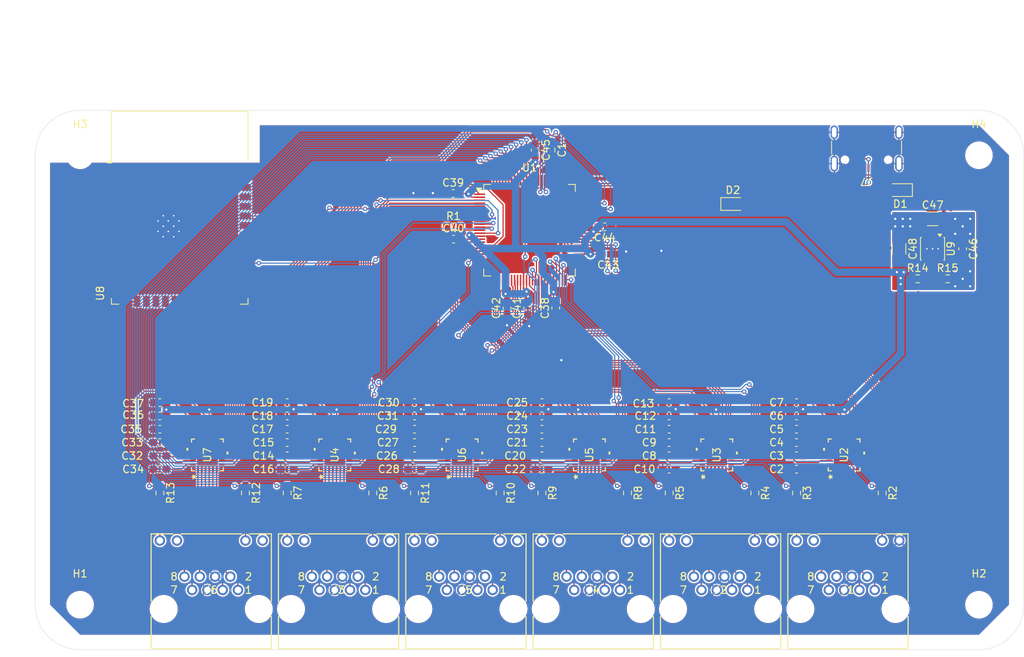
<source format=kicad_pcb>
(kicad_pcb (version 20241229) (generator "pcbnew") (generator_version "9.0")
  (layers (0 "F.Cu" signal) (2 "B.Cu" signal) (13 "F.Paste" user) (15 "B.Paste" user) (5 "F.SilkS" user "F.Silkscreen") (7 "B.SilkS" user "B.Silkscreen") (1 "F.Mask" user) (3 "B.Mask" user) (25 "Edge.Cuts" user))
  (net 0 "")
  (net 1 "/SDI")
  (net 2 "/U3CTS")
  (net 3 "/U6RTS")
  (net 4 "/U5RX")
  (net 7 "/U2DSR")
  (net 8 "/U3RTS")
  (net 9 "/U5CTS")
  (net 10 "/U2RX")
  (net 11 "/U4CTS")
  (net 12 "/U4RTS")
  (net 13 "/U6TX")
  (net 14 "/U5TX")
  (net 15 "/U3TX")
  (net 16 "/U6DTR")
  (net 17 "/U2DTR")
  (net 18 "/U5DTR")
  (net 19 "/U4DTR")
  (net 20 "/U2RTS")
  (net 21 "/U5RTS")
  (net 22 "/U1RTS")
  (net 23 "/U1CTS")
  (net 24 "/PGM_CLOCK")
  (net 25 "/U4DSR")
  (net 26 "/PGM_DATA")
  (net 27 "/U1RX")
  (net 28 "/U2CTS")
  (net 29 "/U6RX")
  (net 30 "/U4RX")
  (net 32 "/U1DSR")
  (net 33 "/U1TX")
  (net 34 "/U3RX")
  (net 35 "/U3DSR")
  (net 36 "/U4TX")
  (net 37 "/U6CTS")
  (net 38 "/U5DSR")
  (net 39 "/U1DTR")
  (net 41 "/U2TX")
  (net 42 "/U6DSR")
  (net 43 "/U3DTR")
  (net 44 "Net-(U2-V-)")
  (net 45 "/R1DSR")
  (net 46 "Net-(U2-C2+)")
  (net 47 "Net-(U2-C2-)")
  (net 48 "Net-(U2-C1-)")
  (net 49 "/R1TX")
  (net 50 "/R1DTR")
  (net 51 "Net-(U2-C1+)")
  (net 52 "Net-(U2-V+)")
  (net 53 "Net-(U3-C2-)")
  (net 54 "/R1RX")
  (net 55 "Net-(U3-C2+)")
  (net 56 "/R1CTS")
  (net 57 "Net-(U3-C1+)")
  (net 58 "Net-(U3-C1-)")
  (net 59 "/R1RTS")
  (net 60 "Net-(U3-V-)")
  (net 61 "Net-(U3-V+)")
  (net 62 "Net-(U4-C2+)")
  (net 63 "Net-(U4-C2-)")
  (net 64 "/R2RTS")
  (net 65 "/R2TX")
  (net 66 "Net-(U4-C1+)")
  (net 67 "/R2CTS")
  (net 68 "Net-(U4-C1-)")
  (net 69 "Net-(U4-V-)")
  (net 70 "Net-(U4-V+)")
  (net 71 "/R2DTR")
  (net 72 "Net-(U5-C2+)")
  (net 73 "Net-(U5-C2-)")
  (net 74 "/R2RX")
  (net 75 "Net-(U5-C1-)")
  (net 76 "/R2DSR")
  (net 77 "Net-(U5-C1+)")
  (net 78 "Net-(U5-V-)")
  (net 79 "Net-(U5-V+)")
  (net 80 "Net-(U6-C2+)")
  (net 81 "Net-(U6-C2-)")
  (net 82 "Net-(U6-C1-)")
  (net 83 "/R3RTS")
  (net 84 "Net-(U6-C1+)")
  (net 85 "/R3TX")
  (net 86 "/R3CTS")
  (net 87 "/R3DSR")
  (net 88 "Net-(U6-V-)")
  (net 89 "Net-(U6-V+)")
  (net 90 "/R3DTR")
  (net 91 "Net-(U7-C2+)")
  (net 92 "Net-(U7-C2-)")
  (net 93 "/R3RX")
  (net 94 "Net-(U7-C1-)")
  (net 95 "Net-(U7-C1+)")
  (net 96 "Net-(U7-V-)")
  (net 97 "Net-(U7-V+)")
  (net 98 "/R4RX")
  (net 99 "/U5SHTDN")
  (net 100 "/U6SHTDN")
  (net 101 "/R4CTS")
  (net 102 "/U4SHTDN")
  (net 103 "/R4DTR")
  (net 104 "/R4TX")
  (net 105 "/U2STATUS")
  (net 106 "/U2SHTDN")
  (net 107 "/U3STATUS")
  (net 108 "/R4DSR")
  (net 109 "/U5STATUS")
  (net 110 "/U6STATUS")
  (net 111 "/R4RTS")
  (net 112 "/R5RX")
  (net 113 "/R5CTS")
  (net 114 "/U4STATUS")
  (net 115 "/U3SHTDN")
  (net 116 "/R5TX")
  (net 117 "/R5DTR")
  (net 118 "/R5RTS")
  (net 119 "/R5DSR")
  (net 120 "/R6DSR")
  (net 121 "/R6DTR")
  (net 122 "/R6CTS")
  (net 123 "/R6RX")
  (net 124 "/R6TX")
  (net 125 "/R6RTS")
  (net 126 "GND")
  (net 127 "/VCORE")
  (net 128 "Net-(J1-Pad12)")
  (net 129 "Net-(J1-Pad10)")
  (net 131 "Net-(J2-Pad10)")
  (net 132 "Net-(J2-Pad12)")
  (net 135 "Net-(J3-Pad12)")
  (net 138 "Net-(J3-Pad10)")
  (net 141 "Net-(J4-Pad10)")
  (net 142 "Net-(J4-Pad12)")
  (net 143 "Net-(J5-Pad12)")
  (net 144 "Net-(J5-Pad10)")
  (net 147 "Net-(J6-Pad12)")
  (net 148 "Net-(J6-Pad10)")
  (net 151 "VDD")
  (net 152 "/RESET")
  (net 153 "/U1TXLED")
  (net 154 "/U1RXLED")
  (net 155 "/U2TXLED")
  (net 156 "/U2RXLED")
  (net 157 "/U3TXLED")
  (net 158 "/U3RXLED")
  (net 159 "/U4TXLED")
  (net 160 "/U4RXLED")
  (net 161 "/U5TXLED")
  (net 162 "/U5RXLED")
  (net 163 "/U6TXLED")
  (net 164 "/U6RXLED")
  (net 165 "/U1SHTDN")
  (net 166 "/U1STATUS")
  (net 168 "/USB_DP")
  (net 169 "/USB_VBUS")
  (net 171 "/USB_DM")
  (net 177 "/SCK")
  (net 180 "/SDO")
  (net 211 "/SDA")
  (net 212 "/WIFI_INT")
  (net 213 "/SCL")
  (net 214 "/WIFI_SEL")
  (net 215 "Net-(U9-SS{slash}TR)")
  (net 216 "VCC")
  (net 217 "Net-(D2-A)")
  (net 218 "Net-(U9-FB)")
  (net 220 "GNDA")
  (footprint "Resistor_SMD:R_0603_1608Metric_Pad0.98x0.95mm_HandSolder" (layer "F.Cu") (at 136.08 115.08 -90)
    (property "Reference" "R10")
    (property "Value" "100R")
  )
  (footprint "Capacitor_SMD:C_0603_1608Metric_Pad1.08x0.95mm_HandSolder" (layer "F.Cu") (at 124.65 106.571 180)
    (property "Reference" "C29")
    (property "Value" "100nF")
  )
  (footprint "Capacitor_SMD:C_0603_1608Metric_Pad1.08x0.95mm_HandSolder" (layer "F.Cu") (at 129.8 75.1)
    (property "Reference" "C39")
    (property "Value" "100nF")
  )
  (footprint "Capacitor_SMD:C_0603_1608Metric_Pad1.08x0.95mm_HandSolder" (layer "F.Cu") (at 150.05 79.55 180)
    (property "Reference" "C44")
    (property "Value" "100nF")
  )
  (footprint "Capacitor_SMD:C_0603_1608Metric_Pad1.08x0.95mm_HandSolder" (layer "F.Cu") (at 139.75 90.4 90)
    (property "Reference" "C41")
    (property "Value" "100nF")
  )
  (footprint "Resistor_SMD:R_0603_1608Metric_Pad0.98x0.95mm_HandSolder" (layer "F.Cu") (at 170.08 115.08 -90)
    (property "Reference" "R4")
    (property "Value" "100R")
  )
  (footprint "Resistor_SMD:R_0603_1608Metric_Pad0.98x0.95mm_HandSolder" (layer "F.Cu") (at 107.65 115.08 -90)
    (property "Reference" "R7")
    (property "Value" "100R")
  )
  (footprint "Capacitor_SMD:C_0603_1608Metric_Pad1.08x0.95mm_HandSolder" (layer "F.Cu") (at 158.65 110.127)
    (property "Reference" "C8")
    (property "Value" "100nF")
  )
  (footprint "Capacitor_SMD:C_0603_1608Metric_Pad1.08x0.95mm_HandSolder" (layer "F.Cu") (at 175.65 111.905 180)
    (property "Reference" "C2")
    (property "Value" "100nF")
  )
  (footprint "Capacitor_SMD:C_0603_1608Metric_Pad1.08x0.95mm_HandSolder" (layer "F.Cu") (at 129.85 81.2)
    (property "Reference" "C40")
    (property "Value" "100nF")
  )
  (footprint "Connector_USB:USB_C_Receptacle_GCT_USB4105-xx-A_16P_TopMnt_Horizontal" (layer "F.Cu") (at 185 68 180)
    (property "Reference" "J7")
    (property "Value" "USB_C_Receptacle_USB2.0_14P")
  )
  (footprint "Resistor_SMD:R_0603_1608Metric_Pad0.98x0.95mm_HandSolder" (layer "F.Cu") (at 90.65 115.08 -90)
    (property "Reference" "R13")
    (property "Value" "100R")
  )
  (footprint "footprints:RJ45_MTJ-88ARX1-LH_ADM" (layer "F.Cu") (at 161.939999 128.029999)
    (property "Reference" "J2")
    (property "Value" "RJ45_LED")
  )
  (footprint "Diode_SMD:D_SOD-323" (layer "F.Cu") (at 189.5 74.65 180)
    (property "Reference" "D1")
    (property "Value" "1N5819WS")
  )
  (footprint "RF_Module:ESP32-WROOM-32D" (layer "F.Cu") (at 93.3 80)
    (property "Reference" "U8")
    (property "Value" "ESP32-WROOM-32D")
  )
  (footprint "Capacitor_SMD:C_0603_1608Metric_Pad1.08x0.95mm_HandSolder" (layer "F.Cu") (at 197.825 82.4875 -90)
    (property "Reference" "C46")
    (property "Value" "680pF")
  )
  (footprint "Capacitor_SMD:C_0603_1608Metric_Pad1.08x0.95mm_HandSolder" (layer "F.Cu") (at 107.65 103.015)
    (property "Reference" "C19")
    (property "Value" "100nF")
  )
  (footprint "Capacitor_SMD:C_0603_1608Metric_Pad1.08x0.95mm_HandSolder" (layer "F.Cu") (at 90.65 110.127)
    (property "Reference" "C32")
    (property "Value" "100nF")
  )
  (footprint "Resistor_SMD:R_0603_1608Metric_Pad0.98x0.95mm_HandSolder" (layer "F.Cu") (at 158.65 115.08 -90)
    (property "Reference" "R5")
    (property "Value" "100R")
  )
  (footprint "Capacitor_SMD:C_0603_1608Metric_Pad1.08x0.95mm_HandSolder" (layer "F.Cu") (at 107.65 108.349 180)
    (property "Reference" "C15")
    (property "Value" "100nF")
  )
  (footprint "Capacitor_SMD:C_0603_1608Metric_Pad1.08x0.95mm_HandSolder" (layer "F.Cu") (at 90.65 106.571 180)
    (property "Reference" "C35")
    (property "Value" "100nF")
  )
  (footprint "Resistor_SMD:R_0603_1608Metric_Pad0.98x0.95mm_HandSolder" (layer "F.Cu") (at 175.65 115.08 -90)
    (property "Reference" "R3")
    (property "Value" "100R")
  )
  (footprint "footprints:RJ45_MTJ-88ARX1-LH_ADM" (layer "F.Cu") (at 93.939999 128.029999)
    (property "Reference" "J6")
    (property "Value" "RJ45_LED")
  )
  (footprint "Capacitor_SMD:C_0603_1608Metric_Pad1.08x0.95mm_HandSolder" (layer "F.Cu") (at 107.65 106.571 180)
    (property "Reference" "C17")
    (property "Value" "100nF")
  )
  (footprint "MountingHole:MountingHole_3.2mm_M3" (layer "F.Cu") (at 80 70)
    (property "Reference" "H3")
    (property "Value" "MountingHole")
  )
  (footprint "Capacitor_SMD:C_0603_1608Metric_Pad1.08x0.95mm_HandSolder" (layer "F.Cu") (at 158.65 103.015)
    (property "Reference" "C13")
    (property "Value" "100nF")
  )
  (footprint "Capacitor_SMD:C_0603_1608Metric_Pad1.08x0.95mm_HandSolder" (layer "F.Cu") (at 141.65 104.793)
    (property "Reference" "C24")
    (property "Value" "100nF")
  )
  (footprint "Capacitor_SMD:C_0603_1608Metric_Pad1.08x0.95mm_HandSolder" (layer "F.Cu") (at 175.65 110.127)
    (property "Reference" "C3")
    (property "Value" "100nF")
  )
  (footprint "footprints:QFN-24" (layer "F.Cu") (at 148 110 90)
    (property "Reference" "U5")
    (property "Value" "XR32330EBERTR-F")
  )
  (footprint "Capacitor_SMD:C_1206_3216Metric" (layer "F.Cu") (at 193.825 78.4875)
    (property "Reference" "C47")
    (property "Value" "10uF")
  )
  (footprint "footprints:QFN-24" (layer "F.Cu") (at 182 110 90)
    (property "Reference" "U2")
    (property "Value" "XR32330EBERTR-F")
  )
  (footprint "footprints:QFN-24" (layer "F.Cu") (at 97 110 90)
    (property "Reference" "U7")
    (property "Value" "XR32330EBERTR-F")
  )
  (footprint "footprints:RJ45_MTJ-88ARX1-LH_ADM" (layer "F.Cu") (at 178.939999 128.029999)
    (property "Reference" "J1")
    (property "Value" "RJ45_LED")
  )
  (footprint "Capacitor_SMD:C_0603_1608Metric_Pad1.08x0.95mm_HandSolder" (layer "F.Cu") (at 90.65 111.905 180)
    (property "Reference" "C34")
    (property "Value" "100nF")
  )
  (footprint "Resistor_SMD:R_0603_1608Metric_Pad0.98x0.95mm_HandSolder" (layer "F.Cu") (at 153.08 115.08 -90)
    (property "Reference" "R8")
    (property "Value" "100R")
  )
  (footprint "Capacitor_SMD:C_0603_1608Metric_Pad1.08x0.95mm_HandSolder" (layer "F.Cu") (at 143.5 90.4 90)
    (property "Reference" "C38")
    (property "Value" "100nF")
  )
  (footprint "MountingHole:MountingHole_3.2mm_M3" (layer "F.Cu") (at 80 130)
    (property "Reference" "H1")
    (property "Value" "MountingHole")
  )
  (footprint "footprints:RJ45_MTJ-88ARX1-LH_ADM" (layer "F.Cu") (at 127.939999 128.029999)
    (property "Reference" "J5")
    (property "Value" "RJ45_LED")
  )
  (footprint "Capacitor_SMD:C_0603_1608Metric_Pad1.08x0.95mm_HandSolder" (layer "F.Cu") (at 150.5 83.2 180)
    (property "Reference" "C43")
    (property "Value" "100nF")
  )
  (footprint "Capacitor_SMD:C_0603_1608Metric_Pad1.08x0.95mm_HandSolder" (layer "F.Cu") (at 107.65 110.127)
    (property "Reference" "C14")
    (property "Value" "100nF")
  )
  (footprint "Capacitor_SMD:C_0603_1608Metric_Pad1.08x0.95mm_HandSolder" (layer "F.Cu") (at 124.65 111.905 180)
    (property "Reference" "C28")
    (property "Value" "100nF")
  )
  (footprint "Capacitor_SMD:C_0603_1608Metric_Pad1.08x0.95mm_HandSolder" (layer "F.Cu") (at 141.65 108.349 180)
    (property "Reference" "C21")
    (property "Value" "100nF")
  )
  (footprint "footprints:RJ45_MTJ-88ARX1-LH_ADM" (layer "F.Cu") (at 110.939999 128.029999)
    (property "Reference" "J3")
    (property "Value" "RJ45_LED")
  )
  (footprint "Capacitor_SMD:C_0603_1608Metric_Pad1.08x0.95mm_HandSolder" (layer "F.Cu") (at 175.65 104.793)
    (property "Reference" "C6")
    (property "Value" "100nF")
  )
  (footprint "Capacitor_SMD:C_0603_1608Metric_Pad1.08x0.95mm_HandSolder" (layer "F.Cu") (at 158.65 106.571 180)
    (property "Reference" "C11")
    (property "Value" "100nF")
  )
  (footprint "Capacitor_SMD:C_0603_1608Metric_Pad1.08x0.95mm_HandSolder" (layer "F.Cu") (at 158.65 108.349)
    (property "Reference" "C9")
    (property "Value" "100nF")
  )
  (footprint "Capacitor_SMD:C_1206_3216Metric" (layer "F.Cu") (at 189.325 82.4875 -90)
    (property "Reference" "C48")
    (property "Value" "22uF")
  )
  (footprint "Capacitor_SMD:C_0603_1608Metric_Pad1.08x0.95mm_HandSolder" (layer "F.Cu") (at 141.65 103.015)
    (property "Reference" "C25")
    (property "Value" "100nF")
  )
  (footprint "Capacitor_SMD:C_0603_1608Metric_Pad1.08x0.95mm_HandSolder" (layer "F.Cu") (at 158.65 104.793)
    (property "Reference" "C12")
    (property "Value" "100nF")
  )
  (footprint "Resistor_SMD:R_0603_1608Metric_Pad0.98x0.95mm_HandSolder" (layer "F.Cu") (at 141.65 115.08 -90)
    (property "Reference" "R9")
    (property "Value" "100R")
  )
  (footprint "Resistor_SMD:R_0603_1608Metric_Pad0.98x0.95mm_HandSolder" (layer "F.Cu") (at 124.65 115.08 -90)
    (property "Reference" "R11")
    (property "Value" "100R")
  )
  (footprint "Resistor_SMD:R_0603_1608Metric_Pad0.98x0.95mm_HandSolder" (layer "F.Cu") (at 187.08 115.08 -90)
    (property "Reference" "R2")
    (property "Value" "100R")
  )
  (footprint "Capacitor_SMD:C_0603_1608Metric_Pad1.08x0.95mm_HandSolder" (layer "F.Cu") (at 175.65 108.349 180)
    (property "Reference" "C4")
    (property "Value" "100nF")
  )
  (footprint "footprints:QFN-24" (layer "F.Cu") (at 131 110 90)
    (property "Reference" "U6")
    (property "Value" "XR32330EBERTR-F")
  )
  (footprint "Resistor_SMD:R_0603_1608Metric_Pad0.98x0.95mm_HandSolder" (layer "F.Cu") (at 129.85 79.55)
    (property "Reference" "R1")
    (property "Value" "10k")
  )
  (footprint "Capacitor_SMD:C_0603_1608Metric_Pad1.08x0.95mm_HandSolder" (layer "F.Cu") (at 137 90.4 90)
    (property "Reference" "C42")
    (property "Value" "100nF")
  )
  (footprint "footprints:QFN-24" (layer "F.Cu") (at 114 110 90)
    (property "Reference" "U4")
    (property "Value" "XR32330EBERTR-F")
  )
  (footprint "NetTie:NetTie-2_SMD_Pad2.0mm" (layer "F.Cu") (at 187.775 78.9375 180)
    (property "Reference" "NT1" (hide yes))
    (property "Value" "NetTie_2" (hide yes))
  )
  (footprint "Capacitor_SMD:C_0603_1608Metric_Pad1.08x0.95mm_HandSolder" (layer "F.Cu") (at 140.75 69.3 -90)
    (property "Reference" "C45")
    (property "Value" "100nF")
  )
  (footprint "Capacitor_SMD:C_0603_1608Metric_Pad1.08x0.95mm_HandSolder" (layer "F.Cu") (at 107.65 111.905 180)
    (property "Reference" "C16")
    (property "Value" "100nF")
  )
  (footprint "Capacitor_SMD:C_0603_1608Metric_Pad1.08x0.95mm_HandSolder" (layer "F.Cu") (at 90.65 104.793)
    (property "Reference" "C36")
    (property "Value" "100nF")
  )
  (footprint "Package_LGA:Texas_SIL0008D_MicroSiP-8-1EP_2.8x3mm_P0.65mm_EP1.1x1.9mm_ThermalVias" (layer "F.Cu") (at 193.8 82.4875 -90)
    (property "Reference" "U9")
    (property "Value" "TPS82130")
  )
  (footprint "Capacitor_SMD:C_0603_1608Metric_Pad1.08x0.95mm_HandSolder" (layer "F.Cu") (at 175.65 106.571 180)
    (property "Reference" "C5")
    (property "Value" "100nF")
  )
  (footprint "Resistor_SMD:R_0603_1608Metric_Pad0.98x0.95mm_HandSolder" (layer "F.Cu") (at 102.08 115.08 -90)
    (property "Reference" "R12")
    (property "Value" "100R")
  )
  (footprint "Capacitor_SMD:C_0603_1608Metric_Pad1.08x0.95mm_HandSolder" (layer "F.Cu") (at 158.65 111.905 180)
    (property "Reference" "C10")
    (property "Value" "100nF")
  )
  (footprint "Capacitor_SMD:C_0805_2012Metric_Pad1.18x1.45mm_HandSolder" (layer "F.Cu") (at 142.65 69.3 -90)
    (property "Reference" "C1")
    (property "Value" "10uF")
  )
  (footprint "Capacitor_SMD:C_0603_1608Metric_Pad1.08x0.95mm_HandSolder" (layer "F.Cu") (at 175.65 103.015)
    (property "Reference" "C7")
    (property "Value" "100nF")
  )
  (footprint "Diode_SMD:D_SOD-323" (layer "F.Cu") (at 167.15 76.5)
    (property "Reference" "D2")
    (property "Value" "1N5819WS")
  )
  (footprint "footprints:QFN-24" (layer "F.Cu") (at 165 110 90)
    (property "Reference" "U3")
    (property "Value" "XR32330EBERTR-F")
  )
  (footprint "footprints:RJ45_MTJ-88ARX1-LH_ADM" (layer "F.Cu") (at 144.939999 128.029999)
    (property "Reference" "J4")
    (property "Value" "RJ45_LED")
  )
  (footprint "Capacitor_SMD:C_0603_1608Metric_Pad1.08x0.95mm_HandSolder" (layer "F.Cu") (at 124.65 110.127)
    (property "Reference" "C26")
    (property "Value" "100nF")
  )
  (footprint "Capacitor_SMD:C_0603_1608Metric_Pad1.08x0.95mm_HandSolder" (layer "F.Cu") (at 141.65 106.571 180)
    (property "Reference" "C23")
    (property "Value" "100nF")
  )
  (footprint "Capacitor_SMD:C_0603_1608Metric_Pad1.08x0.95mm_HandSolder" (layer "F.Cu") (at 124.65 103.015)
    (property "Reference" "C30")
    (property "Value" "100nF")
  )
  (footprint "Capacitor_SMD:C_0603_1608Metric_Pad1.08x0.95mm_HandSolder" (layer "F.Cu") (at 141.65 111.905 180)
    (property "Reference" "C22")
    (property "Value" "100nF")
  )
  (footprint "Capacitor_SMD:C_0603_1608Metric_Pad1.08x0.95mm_HandSolder" (layer "F.Cu") (at 124.65 104.793)
    (property "Reference" "C31")
    (property "Value" "100nF")
  )
  (footprint "Resistor_SMD:R_0603_1608Metric_Pad0.98x0.95mm_HandSolder" (layer "F.Cu") (at 195.825 86.4875)
    (property "Reference" "R15")
    (property "Value" "100k")
  )
  (footprint "Capacitor_SMD:C_0603_1608Metric_Pad1.08x0.95mm_HandSolder" (layer "F.Cu") (at 124.65 108.349 180)
    (property "Reference" "C27")
    (property "Value" "100nF")
  )
  (footprint "Capacitor_SMD:C_0603_1608Metric_Pad1.08x0.95mm_HandSolder" (layer "F.Cu") (at 90.65 108.349 180)
    (property "Reference" "C33")
    (property "Value" "100nF")
  )
  (footprint "Resistor_SMD:R_0603_1608Metric_Pad0.98x0.95mm_HandSolder" (layer "F.Cu") (at 191.825 86.4875)
    (property "Reference" "R14")
    (property "Value" "309k")
  )
  (footprint "MountingHole:MountingHole_3.2mm_M3" (layer "F.Cu") (at 200 130)
    (property "Reference" "H2")
    (property "Value" "MountingHole")
  )
  (footprint "Resistor_SMD:R_0603_1608Metric_Pad0.98x0.95mm_HandSolder" (layer "F.Cu") (at 119.08 115.08 -90)
    (property "Reference" "R6")
    (property "Value" "100R")
  )
  (footprint "MountingHole:MountingHole_3.2mm_M3" (layer "F.Cu") (at 200 70)
    (property "Reference" "H4")
    (property "Value" "MountingHole")
  )
  (footprint "Capacitor_SMD:C_0603_1608Metric_Pad1.08x0.95mm_HandSolder" (layer "F.Cu") (at 141.65 110.127)
    (property "Reference" "C20")
    (property "Value" "100nF")
  )
  (footprint "Capacitor_SMD:C_0603_1608Metric_Pad1.08x0.95mm_HandSolder" (layer "F.Cu") (at 90.65 103.015)
    (property "Reference" "C37")
    (property "Value" "100nF")
  )
  (footprint "Package_QFP:TQFP-100_12x12mm_P0.4mm" (layer "F.Cu") (at 140 80)
    (property "Reference" "U1")
    (property "Value" "PIC32MX795F512L-80x-PT")
  )
  (footprint "Capacitor_SMD:C_0603_1608Metric_Pad1.08x0.95mm_HandSolder" (layer "F.Cu") (at 107.65 104.793)
    (property "Reference" "C18")
    (property "Value" "100nF")
  )
  (footprint "NetTie:NetTie-2_SMD_Pad2.0mm" (layer "B.Cu") (at 187.781239 78.93801 180)
    (property "Reference" "NT2" (hide yes))
    (property "Value" "NetTie_2" (hide yes))
  )
  (gr_arc (start 74 70) (mid 75.757359 65.757359) (end 80 64) (stroke (width 0.05)) (layer "Edge.Cuts"))
  (gr_arc (start 200 64) (mid 204.242641 65.757359) (end 206 70) (stroke (width 0.05)) (layer "Edge.Cuts"))
  (gr_line (start 80 64) (end 200 64) (stroke (width 0.05)) (layer "Edge.Cuts"))
  (gr_arc (start 80 136) (mid 75.757359 134.242641) (end 74 130) (stroke (width 0.05)) (layer "Edge.Cuts"))
  (gr_line (start 74 106) (end 74 70) (stroke (width 0.05)) (layer "Edge.Cuts"))
  (gr_line (start 74 130) (end 74 106) (stroke (width 0.05)) (layer "Edge.Cuts"))
  (gr_line (start 80 136) (end 200 136) (stroke (width 0.05)) (layer "Edge.Cuts"))
  (gr_line (start 206 130) (end 206 112) (stroke (width 0.05)) (layer "Edge.Cuts"))
  (gr_arc (start 206 130) (mid 204.242641 134.242641) (end 200 136) (stroke (width 0.05)) (layer "Edge.Cuts"))
  (gr_line (start 206 70) (end 206 112) (stroke (width 0.05)) (layer "Edge.Cuts"))
  (segment (start 133.3375 78.4) (end 121.479068 78.4) (width 0.15) (layer "F.Cu") (net 1))
  (segment (start 121.479068 78.4) (end 120.514534 79.364534) (width 0.15) (layer "F.Cu") (net 1))
  (segment (start 119.776 80.103068) (end 119.776 83.624) (width 0.15) (layer "F.Cu") (net 1))
  (segment (start 102.1 84.4) (end 102.05 84.45) (width 0.15) (layer "F.Cu") (net 1))
  (segment (start 120.514534 79.364534) (end 119.776 80.103068) (width 0.15) (layer "F.Cu") (net 1))
  (segment (start 119.776 83.624) (end 119.45 83.95) (width 0.15) (layer "F.Cu") (net 1))
  (segment (start 103.85 84.4) (end 102.1 84.4) (width 0.15) (layer "F.Cu") (net 1))
  (via (at 119.45 83.95) (size 0.6) (drill 0.3) (layers "F.Cu" "B.Cu") (net 1))
  (via (at 103.85 84.4) (size 0.6) (drill 0.3) (layers "F.Cu" "B.Cu") (net 1))
  (segment (start 119.45 83.95) (end 119 84.4) (width 0.15) (layer "B.Cu") (net 1))
  (segment (start 119 84.4) (end 105.05 84.4) (width 0.15) (layer "B.Cu") (net 1))
  (segment (start 105.05 84.4) (end 103.85 84.4) (width 0.15) (layer "B.Cu") (net 1))
  (segment (start 118.148 108.200644) (end 117.598644 108.75) (width 0.15) (layer "F.Cu") (net 2))
  (segment (start 121.402034 77.2) (end 118.148 80.454034) (width 0.15) (layer "F.Cu") (net 2))
  (segment (start 133.3375 77.2) (end 121.402034 77.2) (width 0.15) (layer "F.Cu") (net 2))
  (segment (start 118.148 80.454034) (end 118.148 108.200644) (width 0.15) (layer "F.Cu") (net 2))
  (segment (start 117.598644 108.75) (end 115.9177 108.75) (width 0.15) (layer "F.Cu") (net 2))
  (segment (start 98.9177 111.25) (end 100.4013 111.25) (width 0.15) (layer "F.Cu") (net 3))
  (segment (start 101.703 95.622) (end 121.325 76) (width 0.15) (layer "F.Cu") (net 3))
  (segment (start 100.4013 111.25) (end 101.703 109.9483) (width 0.15) (layer "F.Cu") (net 3))
  (segment (start 121.325 76) (end 133.3375 76) (width 0.15) (layer "F.Cu") (net 3))
  (segment (start 101.703 109.9483) (end 101.703 95.622) (width 0.15) (layer "F.Cu") (net 3))
  (segment (start 140.8 83.9) (end 140.926 84.026) (width 0.15) (layer "F.Cu") (net 4))
  (segment (start 134.451 95.401) (end 134.451 109.449) (width 0.15) (layer "F.Cu") (net 4))
  (segment (start 134.15 109.75) (end 132.9177 109.75) (width 0.15) (layer "F.Cu") (net 4))
  (segment (start 140.926 85.624) (end 140.8 85.75) (width 0.15) (layer "F.Cu") (net 4))
  (segment (start 134.4 95.35) (end 134.451 95.401) (width 0.15) (layer "F.Cu") (net 4))
  (segment (start 140.926 84.026) (end 140.926 85.624) (width 0.15) (layer "F.Cu") (net 4))
  (segment (start 140.8 85.75) (end 140.8 86.6625) (width 0.15) (layer "F.Cu") (net 4))
  (segment (start 134.451 109.449) (end 134.15 109.75) (width 0.15) (layer "F.Cu") (net 4))
  (via (at 134.4 95.35) (size 0.6) (drill 0.3) (layers "F.Cu" "B.Cu") (net 4))
  (via (at 140.8 83.9) (size 0.6) (drill 0.3) (layers "F.Cu" "B.Cu") (net 4))
  (segment (start 140.999 89.88286) (end 140.999 86.642877) (width 0.15) (layer "B.Cu") (net 4))
  (segment (start 140.999 86.642877) (end 139.874 85.517877) (width 0.15) (layer "B.Cu") (net 4))
  (segment (start 134.4 95.35) (end 135.53186 95.35) (width 0.15) (layer "B.Cu") (net 4))
  (segment (start 139.874 85.517877) (end 139.874 84.526) (width 0.15) (layer "B.Cu") (net 4))
  (segment (start 135.53186 95.35) (end 140.999 89.88286) (width 0.15) (layer "B.Cu") (net 4))
  (segment (start 139.874 84.526) (end 140.5 83.9) (width 0.15) (layer "B.Cu") (net 4))
  (segment (start 140.5 83.9) (end 140.8 83.9) (width 0.15) (layer "B.Cu") (net 4))
  (segment (start 166.852 106.076322) (end 168.101 107.325322) (width 0.15) (layer "F.Cu") (net 7))
  (segment (start 168.1 109.05) (end 167.900001 109.249999) (width 0.15) (layer "F.Cu") (net 7))
  (segment (start 141.2 86.6625) (end 141.2 92.874322) (width 0.15) (layer "F.Cu") (net 7))
  (segment (start 166.852 102.574966) (end 166.852 106.076322) (width 0.15) (layer "F.Cu") (net 7))
  (segment (start 168.1 108.725678) (end 168.1 109.05) (width 0.15) (layer "F.Cu") (net 7))
  (segment (start 167.900001 109.249999) (end 166.9177 109.249999) (width 0.15) (layer "F.Cu") (net 7))
  (segment (start 168.101 107.325322) (end 168.101 108.724678) (width 0.15) (layer "F.Cu") (net 7))
  (segment (start 145.720678 97.395) (end 161.672034 97.395) (width 0.15) (layer "F.Cu") (net 7))
  (segment (start 161.672034 97.395) (end 166.852 102.574966) (width 0.15) (layer "F.Cu") (net 7))
  (segment (start 141.2 92.874322) (end 145.720678 97.395) (width 0.15) (layer "F.Cu") (net 7))
  (segment (start 168.101 108.724678) (end 168.1 108.725678) (width 0.15) (layer "F.Cu") (net 7))
  (segment (start 120.102 102.148) (end 120.102 100.54166) (width 0.15) (layer "F.Cu") (net 8))
  (segment (start 117.625034 110.852) (end 119.653 108.824034) (width 0.15) (layer "F.Cu") (net 8))
  (segment (start 119.653 108.822678) (end 119.701 108.774678) (width 0.15) (layer "F.Cu") (net 8))
  (segment (start 119.653 108.824034) (end 119.653 108.822678) (width 0.15) (layer "F.Cu") (net 8))
  (segment (start 133.3375 84) (end 132.220854 84) (width 0.15) (layer "F.Cu") (net 8))
  (segment (start 115.9177 111.25) (end 117.225678 111.25) (width 0.15) (layer "F.Cu") (net 8))
  (segment (start 132.220854 84) (end 131.835427 84.385427) (width 0.15) (layer "F.Cu") (net 8))
  (segment (start 117.225678 111.25) (end 117.623678 110.852) (width 0.15) (layer "F.Cu") (net 8))
  (segment (start 120.1 102.276322) (end 120.1 102.15) (width 0.15) (layer "F.Cu") (net 8))
  (segment (start 119.701 102.675322) (end 120.1 102.276322) (width 0.15) (layer "F.Cu") (net 8))
  (segment (start 117.623678 110.852) (end 117.625034 110.852) (width 0.15) (layer "F.Cu") (net 8))
  (segment (start 120.1 102.15) (end 120.102 102.148) (width 0.15) (layer "F.Cu") (net 8))
  (segment (start 119.701 108.774678) (end 119.701 102.675322) (width 0.15) (layer "F.Cu") (net 8))
  (segment (start 120.102 100.54166) (end 119.86817 100.30783) (width 0.15) (layer "F.Cu") (net 8))
  (via (at 119.86817 100.30783) (size 0.6) (drill 0.3) (layers "F.Cu" "B.Cu") (net 8))
  (via (at 131.835427 84.385427) (size 0.6) (drill 0.3) (layers "F.Cu" "B.Cu") (net 8))
  (segment (start 131.835427 84.385427) (end 131.835427 88.340573) (width 0.15) (layer "B.Cu") (net 8))
  (segment (start 131.835427 88.340573) (end 119.86817 100.30783) (width 0.15) (layer "B.Cu") (net 8))
  (segment (start 133.7 108.75) (end 133.849 108.601) (width 0.15) (layer "F.Cu") (net 9))
  (segment (start 132.9177 108.75) (end 133.7 108.75) (width 0.15) (layer "F.Cu") (net 9))
  (segment (start 133.849 96.049576) (end 129.502 91.702576) (width 0.15) (layer "F.Cu") (net 9))
  (segment (start 129.502 91.702576) (end 129.502 84.699356) (width 0.15) (layer "F.Cu") (net 9))
  (segment (start 131.801356 82.4) (end 133.3375 82.4) (width 0.15) (layer "F.Cu") (net 9))
  (segment (start 129.502 84.699356) (end 131.801356 82.4) (width 0.15) (layer "F.Cu") (net 9))
  (segment (start 133.849 108.601) (end 133.849 96.049576) (width 0.15) (layer "F.Cu") (net 9))
  (segment (start 144.525 84.658713) (end 144.4 84.783713) (width 0.15) (layer "F.Cu") (net 10))
  (segment (start 169.65 108.641422) (end 169.65 102.55) (width 0.15) (layer "F.Cu") (net 10))
  (segment (start 168.541422 109.75) (end 169.65 108.641422) (width 0.15) (layer "F.Cu") (net 10))
  (segment (start 144.4 84.783713) (end 144.4 86.6625) (width 0.15) (layer "F.Cu") (net 10))
  (segment (start 169.65 102.55) (end 168.65 101.55) (width 0.15) (layer "F.Cu") (net 10))
  (segment (start 166.9177 109.75) (end 168.541422 109.75) (width 0.15) (layer "F.Cu") (net 10))
  (via (at 168.65 101.55) (size 0.6) (drill 0.3) (layers "F.Cu" "B.Cu") (net 10))
  (via (at 144.525 84.658713) (size 0.6) (drill 0.3) (layers "F.Cu" "B.Cu") (net 10))
  (segment (start 157.05 101.55) (end 168.65 101.55) (width 0.15) (layer "B.Cu") (net 10))
  (segment (start 144.525 84.658713) (end 144.95 85.083713) (width 0.15) (layer "B.Cu") (net 10))
  (segment (start 144.95 89.45) (end 157.05 101.55) (width 0.15) (layer "B.Cu") (net 10))
  (segment (start 144.95 85.083713) (end 144.95 89.45) (width 0.15) (layer "B.Cu") (net 10))
  (segment (start 149.9177 108.75) (end 150.849 108.75) (width 0.15) (layer "F.Cu") (net 11))
  (segment (start 141.525322 98.651) (end 135.802 92.927678) (width 0.15) (layer "F.Cu") (net 11))
  (segment (start 150.999 108.6) (end 150.999 106.768966) (width 0.15) (layer "F.Cu") (net 11))
  (segment (start 135.802 92.927678) (end 135.802 88.075322) (width 0.15) (layer "F.Cu") (net 11))
  (segment (start 144.667517 100.437483) (end 144.336127 100.437483) (width 0.15) (layer "F.Cu") (net 11))
  (segment (start 142.549644 98.651) (end 141.525322 98.651) (width 0.15) (layer "F.Cu") (net 11))
  (segment (start 150.999 106.768966) (end 144.667517 100.437483) (width 0.15) (layer "F.Cu") (net 11))
  (segment (start 135.802 88.075322) (end 136 87.877322) (width 0.15) (layer "F.Cu") (net 11))
  (segment (start 144.336127 100.437483) (end 142.549644 98.651) (width 0.15) (layer "F.Cu") (net 11))
  (segment (start 136 87.877322) (end 136 86.6625) (width 0.15) (layer "F.Cu") (net 11))
  (segment (start 150.849 108.75) (end 150.999 108.6) (width 0.15) (layer "F.Cu") (net 11))
  (segment (start 144.710161 99.534483) (end 145.041551 99.534483) (width 0.15) (layer "F.Cu") (net 12))
  (segment (start 138.099 92.923322) (end 144.710161 99.534483) (width 0.15) (layer "F.Cu") (net 12))
  (segment (start 138.074 86.7365) (end 138.074 87.465708) (width 0.15) (layer "F.Cu") (net 12))
  (segment (start 152.75 101.874322) (end 152.75 109.275678) (width 0.15) (layer "F.Cu") (net 12))
  (segment (start 145.041551 99.534483) (end 146.807068 101.3) (width 0.15) (layer "F.Cu") (net 12))
  (segment (start 138.074 87.465708) (end 138.099 87.490708) (width 0.15) (layer "F.Cu") (net 12))
  (segment (start 138 86.6625) (end 138.074 86.7365) (width 0.15) (layer "F.Cu") (net 12))
  (segment (start 152.175678 101.3) (end 152.75 101.874322) (width 0.15) (layer "F.Cu") (net 12))
  (segment (start 150.775678 111.25) (end 149.9177 111.25) (width 0.15) (layer "F.Cu") (net 12))
  (segment (start 152.75 109.275678) (end 150.775678 111.25) (width 0.15) (layer "F.Cu") (net 12))
  (segment (start 138.099 87.490708) (end 138.099 92.923322) (width 0.15) (layer "F.Cu") (net 12))
  (segment (start 146.807068 101.3) (end 152.175678 101.3) (width 0.15) (layer "F.Cu") (net 12))
  (segment (start 101.101 95.373322) (end 101.101 109.4161) (width 0.15) (layer "F.Cu") (net 13))
  (segment (start 134.55 78.8) (end 133.3375 78.8) (width 0.15) (layer "F.Cu") (net 13))
  (segment (start 119.582539 76.891783) (end 101.101 95.373322) (width 0.15) (layer "F.Cu") (net 13))
  (segment (start 135 78.35) (end 134.55 78.8) (width 0.15) (layer "F.Cu") (net 13))
  (segment (start 119.582539 76.575) (end 119.582539 76.891783) (width 0.15) (layer "F.Cu") (net 13))
  (segment (start 135 77.9) (end 135 78.35) (width 0.15) (layer "F.Cu") (net 13))
  (segment (start 101.101 109.4161) (end 100.2671 110.25) (width 0.15) (layer "F.Cu") (net 13))
  (segment (start 100.2671 110.25) (end 98.9177 110.25) (width 0.15) (layer "F.Cu") (net 13))
  (via (at 135 77.9) (size 0.6) (drill 0.3) (layers "F.Cu" "B.Cu") (net 13))
  (via (at 119.582539 76.575) (size 0.6) (drill 0.3) (layers "F.Cu" "B.Cu") (net 13))
  (segment (start 119.582539 76.575) (end 134.275 76.575) (width 0.15) (layer "B.Cu") (net 13))
  (segment (start 134.275 76.575) (end 135 77.3) (width 0.15) (layer "B.Cu") (net 13))
  (segment (start 135 77.3) (end 135 77.9) (width 0.15) (layer "B.Cu") (net 13))
  (segment (start 134.752 96.265976) (end 134.752 109.8651) (width 0.15) (layer "F.Cu") (net 14))
  (segment (start 134.3671 110.25) (end 132.9177 110.25) (width 0.15) (layer "F.Cu") (net 14))
  (segment (start 134.976 96.041976) (end 134.752 96.265976) (width 0.15) (layer "F.Cu") (net 14))
  (segment (start 134.752 109.8651) (end 134.3671 110.25) (width 0.15) (layer "F.Cu") (net 14))
  (segment (start 140.4 86.6625) (end 140.4 85.3) (width 0.15) (layer "F.Cu") (net 14))
  (via (at 140.4 85.3) (size 0.6) (drill 0.3) (layers "F.Cu" "B.Cu") (net 14))
  (via (at 134.976 96.041976) (size 0.6) (drill 0.3) (layers "F.Cu" "B.Cu") (net 14))
  (segment (start 135.265562 96.041976) (end 141.3 90.007538) (width 0.15) (layer "B.Cu") (net 14))
  (segment (start 134.976 96.041976) (end 135.265562 96.041976) (width 0.15) (layer "B.Cu") (net 14))
  (segment (start 141.3 86.2) (end 140.4 85.3) (width 0.15) (layer "B.Cu") (net 14))
  (segment (start 141.3 90.007538) (end 141.3 86.2) (width 0.15) (layer "B.Cu") (net 14))
  (segment (start 133.3375 79.6) (end 134.75 79.6) (width 0.15) (layer "F.Cu") (net 15))
  (segment (start 119.275 101.9) (end 119.051 102.124) (width 0.15) (layer "F.Cu") (net 15))
  (segment (start 117.375678 110.25) (end 119.051 108.574678) (width 0.15) (layer "F.Cu") (net 15))
  (segment (start 119.051 102.124) (end 119.051 108.574678) (width 0.15) (layer "F.Cu") (net 15))
  (segment (start 134.75 79.6) (end 134.95 79.8) (width 0.15) (layer "F.Cu") (net 15))
  (segment (start 115.9177 110.25) (end 117.375678 110.25) (width 0.15) (layer "F.Cu") (net 15))
  (via (at 134.95 79.8) (size 0.6) (drill 0.3) (layers "F.Cu" "B.Cu") (net 15))
  (via (at 119.275 101.9) (size 0.6) (drill 0.3) (layers "F.Cu" "B.Cu") (net 15))
  (segment (start 119.650293 99.78183) (end 119.34217 100.089953) (width 0.15) (layer "B.Cu") (net 15))
  (segment (start 119.968492 99.78183) (end 119.650293 99.78183) (width 0.15) (layer "B.Cu") (net 15))
  (segment (start 119.34217 100.089953) (end 119.34217 100.525707) (width 0.15) (layer "B.Cu") (net 15))
  (segment (start 119.5 101.117877) (end 119.275 101.342877) (width 0.15) (layer "B.Cu") (net 15))
  (segment (start 124.125678 79.8) (end 120.7 83.225678) (width 0.15) (layer "B.Cu") (net 15))
  (segment (start 120.7 83.225678) (end 120.7 99.050322) (width 0.15) (layer "B.Cu") (net 15))
  (segment (start 134.95 79.8) (end 124.125678 79.8) (width 0.15) (layer "B.Cu") (net 15))
  (segment (start 120.7 99.050322) (end 119.968492 99.78183) (width 0.15) (layer "B.Cu") (net 15))
  (segment (start 119.5 100.683537) (end 119.5 101.117877) (width 0.15) (layer "B.Cu") (net 15))
  (segment (start 119.34217 100.525707) (end 119.5 100.683537) (width 0.15) (layer "B.Cu") (net 15))
  (segment (start 119.275 101.342877) (end 119.275 101.9) (width 0.15) (layer "B.Cu") (net 15))
  (segment (start 101.402 109.6822) (end 100.334199 110.750001) (width 0.15) (layer "F.Cu") (net 16))
  (segment (start 122.7 74.2) (end 101.402 95.498) (width 0.15) (layer "F.Cu") (net 16))
  (segment (start 132.3375 74.2) (end 122.7 74.2) (width 0.15) (layer "F.Cu") (net 16))
  (segment (start 101.402 95.498) (end 101.402 109.6822) (width 0.15) (layer "F.Cu") (net 16))
  (segment (start 133.3375 75.2) (end 132.3375 74.2) (width 0.15) (layer "F.Cu") (net 16))
  (segment (start 100.334199 110.750001) (end 98.9177 110.750001) (width 0.15) (layer "F.Cu") (net 16))
  (segment (start 142.852356 94.101) (end 141.6 92.848644) (width 0.15) (layer "F.Cu") (net 17))
  (segment (start 168.399999 110.750001) (end 170.25 108.9) (width 0.15) (layer "F.Cu") (net 17))
  (segment (start 165.651 94.101) (end 142.852356 94.101) (width 0.15) (layer "F.Cu") (net 17))
  (segment (start 170.25 108.9) (end 170.25 108.892778) (width 0.15) (layer "F.Cu") (net 17))
  (segment (start 170.252 98.702) (end 165.651 94.101) (width 0.15) (layer "F.Cu") (net 17))
  (segment (start 166.9177 110.750001) (end 168.399999 110.750001) (width 0.15) (layer "F.Cu") (net 17))
  (segment (start 170.252 108.890778) (end 170.252 98.702) (width 0.15) (layer "F.Cu") (net 17))
  (segment (start 141.6 92.848644) (end 141.6 86.6625) (width 0.15) (layer "F.Cu") (net 17))
  (segment (start 170.25 108.892778) (end 170.252 108.890778) (width 0.15) (layer "F.Cu") (net 17))
  (segment (start 135.502 96.298) (end 135.053 96.747) (width 0.15) (layer "F.Cu") (net 18))
  (segment (start 134.292777 110.750001) (end 132.9177 110.750001) (width 0.15) (layer "F.Cu") (net 18))
  (segment (start 130.104 84.948712) (end 130.104 91.45322) (width 0.15) (layer "F.Cu") (net 18))
  (segment (start 133.40078 94.75) (end 134.55 94.75) (width 0.15) (layer "F.Cu") (net 18))
  (segment (start 130.104 91.45322) (end 133.40078 94.75) (width 0.15) (layer "F.Cu") (net 18))
  (segment (start 131.852712 83.2) (end 130.104 84.948712) (width 0.15) (layer "F.Cu") (net 18))
  (segment (start 135.502 95.702) (end 135.502 96.298) (width 0.15) (layer "F.Cu") (net 18))
  (segment (start 135.053 109.989778) (end 134.292777 110.750001) (width 0.15) (layer "F.Cu") (net 18))
  (segment (start 135.053 96.747) (end 135.053 109.989778) (width 0.15) (layer "F.Cu") (net 18))
  (segment (start 133.3375 83.2) (end 131.852712 83.2) (width 0.15) (layer "F.Cu") (net 18))
  (segment (start 134.55 94.75) (end 135.502 95.702) (width 0.15) (layer "F.Cu") (net 18))
  (segment (start 137.6 87.391708) (end 137.773 87.564708) (width 0.15) (layer "F.Cu") (net 19))
  (segment (start 137.6 86.6625) (end 137.6 87.391708) (width 0.15) (layer "F.Cu") (net 19))
  (segment (start 144.916873 99.835483) (end 146.68239 101.601) (width 0.15) (layer "F.Cu") (net 19))
  (segment (start 137.773 87.590386) (end 137.798 87.615386) (width 0.15) (layer "F.Cu") (net 19))
  (segment (start 144.585483 99.835483) (end 144.916873 99.835483) (width 0.15) (layer "F.Cu") (net 19))
  (segment (start 152.427 109.173) (end 150.849999 110.750001) (width 0.15) (layer "F.Cu") (net 19))
  (segment (start 137.798 87.615386) (end 137.798 93.048) (width 0.15) (layer "F.Cu") (net 19))
  (segment (start 150.849999 110.750001) (end 149.9177 110.750001) (width 0.15) (layer "F.Cu") (net 19))
  (segment (start 152.427 101.977) (end 152.427 109.173) (width 0.15) (layer "F.Cu") (net 19))
  (segment (start 137.798 93.048) (end 144.585483 99.835483) (width 0.15) (layer "F.Cu") (net 19))
  (segment (start 137.773 87.564708) (end 137.773 87.590386) (width 0.15) (layer "F.Cu") (net 19))
  (segment (start 146.68239 101.601) (end 152.051 101.601) (width 0.15) (layer "F.Cu") (net 19))
  (segment (start 152.051 101.601) (end 152.427 101.977) (width 0.15) (layer "F.Cu") (net 19))
  (segment (start 168.325678 111.25) (end 170.553 109.022678) (width 0.15) (layer "F.Cu") (net 20))
  (segment (start 142 92.822966) (end 142 86.6625) (width 0.15) (layer "F.Cu") (net 20))
  (segment (start 170.553 98.577322) (end 165.775678 93.8) (width 0.15) (layer "F.Cu") (net 20))
  (segment (start 170.553 109.022678) (end 170.553 98.577322) (width 0.15) (layer "F.Cu") (net 20))
  (segment (start 166.9177 111.25) (end 168.325678 111.25) (width 0.15) (layer "F.Cu") (net 20))
  (segment (start 142.977034 93.8) (end 142 92.822966) (width 0.15) (layer "F.Cu") (net 20))
  (segment (start 165.775678 93.8) (end 142.977034 93.8) (width 0.15) (layer "F.Cu") (net 20))
  (segment (start 135.803 96.422678) (end 135.354 96.871678) (width 0.15) (layer "F.Cu") (net 21))
  (segment (start 134.218456 111.25) (end 132.9177 111.25) (width 0.15) (layer "F.Cu") (net 21))
  (segment (start 135.354 96.871678) (end 135.354 110.114456) (width 0.15) (layer "F.Cu") (net 21))
  (segment (start 135.803 95.553) (end 135.803 96.422678) (width 0.15) (layer "F.Cu") (net 21))
  (segment (start 135.354 110.114456) (end 134.218456 111.25) (width 0.15) (layer "F.Cu") (net 21))
  (segment (start 131.87839 83.6) (end 130.405 85.07339) (width 0.15) (layer "F.Cu") (net 21))
  (segment (start 133.3375 83.6) (end 131.87839 83.6) (width 0.15) (layer "F.Cu") (net 21))
  (segment (start 134.699 94.449) (end 135.803 95.553) (width 0.15) (layer "F.Cu") (net 21))
  (segment (start 130.405 85.07339) (end 130.405 91.328542) (width 0.15) (layer "F.Cu") (net 21))
  (segment (start 133.525458 94.449) (end 134.699 94.449) (width 0.15) (layer "F.Cu") (net 21))
  (segment (start 130.405 91.328542) (end 133.525458 94.449) (width 0.15) (layer "F.Cu") (net 21))
  (segment (start 157.623 80.623) (end 160.397 83.397) (width 0.15) (layer "F.Cu") (net 22))
  (segment (start 186 111.25) (end 183.9177 111.25) (width 0.15) (layer "F.Cu") (net 22))
  (segment (start 149.724322 80.8) (end 149.901322 80.623) (width 0.15) (layer "F.Cu") (net 22))
  (segment (start 188.053 101.834544) (end 188.053 103.148356) (width 0.15) (layer "F.Cu") (net 22))
  (segment (start 188.052 103.149356) (end 188.052 109.198) (width 0.15) (layer "F.Cu") (net 22))
  (segment (start 149.901322 80.623) (end 157.623 80.623) (width 0.15) (layer "F.Cu") (net 22))
  (segment (start 169.615456 83.397) (end 188.053 101.834544) (width 0.15) (layer "F.Cu") (net 22))
  (segment (start 160.397 83.397) (end 169.615456 83.397) (width 0.15) (layer "F.Cu") (net 22))
  (segment (start 188.053 103.148356) (end 188.052 103.149356) (width 0.15) (layer "F.Cu") (net 22))
  (segment (start 188.052 109.198) (end 186 111.25) (width 0.15) (layer "F.Cu") (net 22))
  (segment (start 146.6625 80.8) (end 149.724322 80.8) (width 0.15) (layer "F.Cu") (net 22))
  (segment (start 151.5 81.9) (end 151.4 82) (width 0.15) (layer "F.Cu") (net 23))
  (segment (start 184.95 107.75) (end 183.551 106.351) (width 0.15) (layer "F.Cu") (net 23))
  (segment (start 184.75 108.75) (end 184.95 108.55) (width 0.15) (layer "F.Cu") (net 23))
  (segment (start 151.749 85.649) (end 151.5 85.4) (width 0.15) (layer "F.Cu") (net 23))
  (segment (start 183.9177 108.75) (end 184.75 108.75) (width 0.15) (layer "F.Cu") (net 23))
  (segment (start 183.551 106.351) (end 183.551 102.375322) (width 0.15) (layer "F.Cu") (net 23))
  (segment (start 166.824678 85.649) (end 151.749 85.649) (width 0.15) (layer "F.Cu") (net 23))
  (segment (start 151.4 82) (end 146.6625 82) (width 0.15) (layer "F.Cu") (net 23))
  (segment (start 184.95 108.55) (end 184.95 107.75) (width 0.15) (layer "F.Cu") (net 23))
  (segment (start 183.551 102.375322) (end 166.824678 85.649) (width 0.15) (layer "F.Cu") (net 23))
  (via (at 151.5 81.9) (size 0.6) (drill 0.3) (layers "F.Cu" "B.Cu") (net 23))
  (via (at 151.5 85.4) (size 0.6) (drill 0.3) (layers "F.Cu" "B.Cu") (net 23))
  (segment (start 151.5 85.4) (end 151.5 81.9) (width 0.15) (layer "B.Cu") (net 23))
  (segment (start 136.4 87.903) (end 136.103 88.2) (width 0.15) (layer "F.Cu") (net 25))
  (segment (start 136.4 86.6625) (end 136.4 87.903) (width 0.15) (layer "F.Cu") (net 25))
  (segment (start 136.103 88.2) (end 136.103 92.803) (width 0.15) (layer "F.Cu") (net 25))
  (segment (start 136.103 92.803) (end 141.65 98.35) (width 0.15) (layer "F.Cu") (net 25))
  (segment (start 142.674322 98.35) (end 144.460805 100.136483) (width 0.15) (layer "F.Cu") (net 25))
  (segment (start 144.460805 100.136483) (end 144.792195 100.136483) (width 0.15) (layer "F.Cu") (net 25))
  (segment (start 151.3 106.644288) (end 151.3 108.75) (width 0.15) (layer "F.Cu") (net 25))
  (segment (start 150.800001 109.249999) (end 149.9177 109.249999) (width 0.15) (layer "F.Cu") (net 25))
  (segment (start 141.65 98.35) (end 142.674322 98.35) (width 0.15) (layer "F.Cu") (net 25))
  (segment (start 151.3 108.75) (end 150.800001 109.249999) (width 0.15) (layer "F.Cu") (net 25))
  (segment (start 144.792195 100.136483) (end 151.3 106.644288) (width 0.15) (layer "F.Cu") (net 25))
  (segment (start 187.149 108.823966) (end 186.222966 109.75) (width 0.15) (layer "F.Cu") (net 27))
  (segment (start 187.15 102.774322) (end 187.149 102.775322) (width 0.15) (layer "F.Cu") (net 27))
  (segment (start 187.15 102.208578) (end 187.15 102.774322) (width 0.15) (layer "F.Cu") (net 27))
  (segment (start 186.222966 109.75) (end 183.9177 109.75) (width 0.15) (layer "F.Cu") (net 27))
  (segment (start 187.149 102.775322) (end 187.149 108.823966) (width 0.15) (layer "F.Cu") (net 27))
  (segment (start 169.341422 84.4) (end 187.15 102.208578) (width 0.15) (layer "F.Cu") (net 27))
  (segment (start 146.6625 84.4) (end 169.341422 84.4) (width 0.15) (layer "F.Cu") (net 27))
  (segment (start 167.8 107.45) (end 167.8 108.6) (width 0.15) (layer "F.Cu") (net 28))
  (segment (start 161.547356 97.696) (end 166.551 102.699644) (width 0.15) (layer "F.Cu") (net 28))
  (segment (start 167.8 108.6) (end 167.65 108.75) (width 0.15) (layer "F.Cu") (net 28))
  (segment (start 140 87.4) (end 140.899 88.299) (width 0.15) (layer "F.Cu") (net 28))
  (segment (start 166.551 106.201) (end 167.8 107.45) (width 0.15) (layer "F.Cu") (net 28))
  (segment (start 140 86.6625) (end 140 87.4) (width 0.15) (layer "F.Cu") (net 28))
  (segment (start 140.899 88.299) (end 140.899 92.999) (width 0.15) (layer "F.Cu") (net 28))
  (segment (start 140.899 92.999) (end 145.596 97.696) (width 0.15) (layer "F.Cu") (net 28))
  (segment (start 166.551 102.699644) (end 166.551 106.201) (width 0.15) (layer "F.Cu") (net 28))
  (segment (start 167.65 108.75) (end 166.9177 108.75) (width 0.15) (layer "F.Cu") (net 28))
  (segment (start 145.596 97.696) (end 161.547356 97.696) (width 0.15) (layer "F.Cu") (net 28))
  (segment (start 133.3375 80.4) (end 135.8 80.4) (width 0.15) (layer "F.Cu") (net 29))
  (segment (start 120.115487 76.04205) (end 119.954476 76.203061) (width 0.15) (layer "F.Cu") (net 29))
  (segment (start 100.8 95.248644) (end 100.8 109.15) (width 0.15) (layer "F.Cu") (net 29))
  (segment (start 119.364662 76.049) (end 119.056539 76.357123) (width 0.15) (layer "F.Cu") (net 29))
  (segment (start 100.8 109.15) (end 100.2 109.75) (width 0.15) (layer "F.Cu") (net 29))
  (segment (start 119.056539 76.357123) (end 119.056539 76.992105) (width 0.15) (layer "F.Cu") (net 29))
  (segment (start 100.2 109.75) (end 98.9177 109.75) (width 0.15) (layer "F.Cu") (net 29))
  (segment (start 119.800416 76.049) (end 119.364662 76.049) (width 0.15) (layer "F.Cu") (net 29))
  (segment (start 119.056539 76.992105) (end 100.8 95.248644) (width 0.15) (layer "F.Cu") (net 29))
  (segment (start 119.954476 76.203061) (end 119.800416 76.049) (width 0.15) (layer "F.Cu") (net 29))
  (via (at 135.8 80.4) (size 0.6) (drill 0.3) (layers "F.Cu" "B.Cu") (net 29))
  (via (at 120.115487 76.04205) (size 0.6) (drill 0.3) (layers "F.Cu" "B.Cu") (net 29))
  (segment (start 135.8 77.35) (end 135.8 80.4) (width 0.15) (layer "B.Cu") (net 29))
  (segment (start 120.123437 76.05) (end 134.5 76.05) (width 0.15) (layer "B.Cu") (net 29))
  (segment (start 120.115487 76.04205) (end 120.123437 76.05) (width 0.15) (layer "B.Cu") (net 29))
  (segment (start 134.5 76.05) (end 135.8 77.35) (width 0.15) (layer "B.Cu") (net 29))
  (segment (start 151.25 102.8) (end 151.6 103.15) (width 0.15) (layer "F.Cu") (net 30))
  (segment (start 151.6 108.9) (end 150.75 109.75) (width 0.15) (layer "F.Cu") (net 30))
  (segment (start 150.75 109.75) (end 149.9177 109.75) (width 0.15) (layer "F.Cu") (net 30))
  (segment (start 151.6 103.15) (end 151.6 108.9) (width 0.15) (layer "F.Cu") (net 30))
  (segment (start 143.1 84.2) (end 143.6 84.7) (width 0.15) (layer "F.Cu") (net 30))
  (segment (start 143.6 84.7) (end 143.6 86.6625) (width 0.15) (layer "F.Cu") (net 30))
  (segment (start 142.75 84.2) (end 143.1 84.2) (width 0.15) (layer "F.Cu") (net 30))
  (via (at 151.25 102.8) (size 0.6) (drill 0.3) (layers "F.Cu" "B.Cu") (net 30))
  (via (at 142.75 84.2) (size 0.6) (drill 0.3) (layers "F.Cu" "B.Cu") (net 30))
  (segment (start 151.376 102.131123) (end 151.375 102.132123) (width 0.15) (layer "B.Cu") (net 30))
  (segment (start 151.376 102.674) (end 151.25 102.8) (width 0.15) (layer "B.Cu") (net 30))
  (segment (start 142.75 84.35) (end 144.348 85.948) (width 0.15) (layer "B.Cu") (net 30))
  (segment (start 151.376 102.568877) (end 151.376 102.674) (width 0.15) (layer "B.Cu") (net 30))
  (segment (start 142.75 84.2) (end 142.75 84.35) (width 0.15) (layer "B.Cu") (net 30))
  (segment (start 151.376 96.727356) (end 151.376 102.131123) (width 0.15) (layer "B.Cu") (net 30))
  (segment (start 144.348 89.699356) (end 151.376 96.727356) (width 0.15) (layer "B.Cu") (net 30))
  (segment (start 151.375 102.132123) (end 151.375 102.567877) (width 0.15) (layer "B.Cu") (net 30))
  (segment (start 144.348 85.948) (end 144.348 89.699356) (width 0.15) (layer "B.Cu") (net 30))
  (segment (start 151.375 102.567877) (end 151.376 102.568877) (width 0.15) (layer "B.Cu") (net 30))
  (segment (start 186.297289 109.249999) (end 183.9177 109.249999) (width 0.15) (layer "F.Cu") (net 32))
  (segment (start 186.848 108.699288) (end 186.297289 109.249999) (width 0.15) (layer "F.Cu") (net 32))
  (segment (start 146.6625 84.8) (end 169.315744 84.8) (width 0.15) (layer "F.Cu") (net 32))
  (segment (start 186.849 102.649644) (end 186.848 102.650644) (width 0.15) (layer "F.Cu") (net 32))
  (segment (start 186.849 102.333256) (end 186.849 102.649644) (width 0.15) (layer "F.Cu") (net 32))
  (segment (start 186.848 102.650644) (end 186.848 108.699288) (width 0.15) (layer "F.Cu") (net 32))
  (segment (start 169.315744 84.8) (end 186.849 102.333256) (width 0.15) (layer "F.Cu") (net 32))
  (segment (start 187.451 102.0839) (end 187.451 102.899) (width 0.15) (layer "F.Cu") (net 33))
  (segment (start 187.451 102.899) (end 187.45 102.9) (width 0.15) (layer "F.Cu") (net 33))
  (segment (start 186.148644 110.25) (end 183.9177 110.25) (width 0.15) (layer "F.Cu") (net 33))
  (segment (start 187.45 108.948644) (end 186.148644 110.25) (width 0.15) (layer "F.Cu") (net 33))
  (segment (start 169.3661 83.999) (end 187.451 102.0839) (width 0.15) (layer "F.Cu") (net 33))
  (segment (start 149.8 83.999) (end 169.3661 83.999) (width 0.15) (layer "F.Cu") (net 33))
  (segment (start 146.6625 84) (end 149.799 84) (width 0.15) (layer "F.Cu") (net 33))
  (segment (start 187.45 102.9) (end 187.45 108.948644) (width 0.15) (layer "F.Cu") (net 33))
  (segment (start 149.799 84) (end 149.8 83.999) (width 0.15) (layer "F.Cu") (net 33))
  (segment (start 133.3375 79.2) (end 135 79.2) (width 0.15) (layer "F.Cu") (net 34))
  (segment (start 118.75 101.124) (end 118.75 108.45) (width 0.15) (layer "F.Cu") (net 34))
  (segment (start 117.45 109.75) (end 115.9177 109.75) (width 0.15) (layer "F.Cu") (net 34))
  (segment (start 118.75 108.45) (end 117.45 109.75) (width 0.15) (layer "F.Cu") (net 34))
  (segment (start 135 79.2) (end 135.15 79.05) (width 0.15) (layer "F.Cu") (net 34))
  (segment (start 118.974 100.9) (end 118.75 101.124) (width 0.15) (layer "F.Cu") (net 34))
  (via (at 118.974 100.9) (size 0.6) (drill 0.3) (layers "F.Cu" "B.Cu") (net 34))
  (via (at 135.15 79.05) (size 0.6) (drill 0.3) (layers "F.Cu" "B.Cu") (net 34))
  (segment (start 119.04117 99.965275) (end 119.04117 100.650385) (width 0.15) (layer "B.Cu") (net 34))
  (segment (start 124.45 79.05) (end 120.399 83.101) (width 0.15) (layer "B.Cu") (net 34))
  (segment (start 120.399 98.925644) (end 119.843814 99.48083) (width 0.15) (layer "B.Cu") (net 34))
  (segment (start 119.843814 99.48083) (end 119.525615 99.48083) (width 0.15) (layer "B.Cu") (net 34))
  (segment (start 119.525615 99.48083) (end 119.04117 99.965275) (width 0.15) (layer "B.Cu") (net 34))
  (segment (start 119.04117 100.650385) (end 119.132392 100.741608) (width 0.15) (layer "B.Cu") (net 34))
  (segment (start 135.15 79.05) (end 124.45 79.05) (width 0.15) (layer "B.Cu") (net 34))
  (segment (start 119.132392 100.741608) (end 118.974 100.9) (width 0.15) (layer "B.Cu") (net 34))
  (segment (start 120.399 83.101) (end 120.399 98.925644) (width 0.15) (layer "B.Cu") (net 34))
  (segment (start 118.449 80.578712) (end 118.449 108.325322) (width 0.15) (layer "F.Cu") (net 35))
  (segment (start 121.427712 77.6) (end 118.449 80.578712) (width 0.15) (layer "F.Cu") (net 35))
  (segment (start 133.3375 77.6) (end 121.427712 77.6) (width 0.15) (layer "F.Cu") (net 35))
  (segment (start 118.449 108.325322) (end 117.524323 109.249999) (width 0.15) (layer "F.Cu") (net 35))
  (segment (start 117.524323 109.249999) (end 115.9177 109.249999) (width 0.15) (layer "F.Cu") (net 35))
  (segment (start 144 84.436399) (end 144 86.6625) (width 0.15) (layer "F.Cu") (net 36))
  (segment (start 151.901 109.1661) (end 150.8171 110.25) (width 0.15) (layer "F.Cu") (net 36))
  (segment (start 150.8171 110.25) (end 149.9177 110.25) (width 0.15) (layer "F.Cu") (net 36))
  (segment (start 143.5 83.936399) (end 144 84.436399) (width 0.15) (layer "F.Cu") (net 36))
  (segment (start 143.5 83.8) (end 143.5 83.936399) (width 0.15) (layer "F.Cu") (net 36))
  (segment (start 151.901 102.35) (end 151.901 109.1661) (width 0.15) (layer "F.Cu") (net 36))
  (via (at 143.5 83.8) (size 0.6) (drill 0.3) (layers "F.Cu" "B.Cu") (net 36))
  (via (at 151.901 102.35) (size 0.6) (drill 0.3) (layers "F.Cu" "B.Cu") (net 36))
  (segment (start 151.901 96.826678) (end 151.901 102.35) (width 0.15) (layer "B.Cu") (net 36))
  (segment (start 144.649 89.574678) (end 151.901 96.826678) (width 0.15) (layer "B.Cu") (net 36))
  (segment (start 143.5 83.8) (end 143.5 84.37759) (width 0.15) (layer "B.Cu") (net 36))
  (segment (start 144.649 85.52659) (end 144.649 89.574678) (width 0.15) (layer "B.Cu") (net 36))
  (segment (start 143.5 84.37759) (end 144.649 85.52659) (width 0.15) (layer "B.Cu") (net 36))
  (segment (start 135.6 73.3375) (end 135.6 72.151) (width 0.15) (layer "F.Cu") (net 37))
  (segment (start 122.15139 71.852) (end 118.022356 75.981034) (width 0.15) (layer "F.Cu") (net 37))
  (segment (start 118.022356 75.981034) (end 118.022356 75.983089) (width 0.15) (layer "F.Cu") (net 37))
  (segment (start 135.6 72.151) (end 135.301 71.852) (width 0.15) (layer "F.Cu") (net 37))
  (segment (start 100.198 94.999288) (end 100.198 108.6178) (width 0.15) (layer "F.Cu") (net 37))
  (segment (start 100.0658 108.75) (end 98.9177 108.75) (width 0.15) (layer "F.Cu") (net 37))
  (segment (start 118.022356 75.983089) (end 106.455 87.550445) (width 0.15) (layer "F.Cu") (net 37))
  (segment (start 106.455 88.742288) (end 100.198 94.999288) (width 0.15) (layer "F.Cu") (net 37))
  (segment (start 106.455 87.550445) (end 106.455 88.742288) (width 0.15) (layer "F.Cu") (net 37))
  (segment (start 135.301 71.852) (end 122.15139 71.852) (width 0.15) (layer "F.Cu") (net 37))
  (segment (start 100.198 108.6178) (end 100.0658 108.75) (width 0.15) (layer "F.Cu") (net 37))
  (segment (start 131.827034 82.8) (end 133.3375 82.8) (width 0.15) (layer "F.Cu") (net 38))
  (segment (start 133.850001 109.249999) (end 134.15 108.95) (width 0.15) (layer "F.Cu") (net 38))
  (segment (start 134.15 108.95) (end 134.15 95.924898) (width 0.15) (layer "F.Cu") (net 38))
  (segment (start 129.803 91.577898) (end 129.803 84.824034) (width 0.15) (layer "F.Cu") (net 38))
  (segment (start 134.15 95.924898) (end 129.803 91.577898) (width 0.15) (layer "F.Cu") (net 38))
  (segment (start 129.803 84.824034) (end 131.827034 82.8) (width 0.15) (layer "F.Cu") (net 38))
  (segment (start 132.9177 109.249999) (end 133.850001 109.249999) (width 0.15) (layer "F.Cu") (net 38))
  (segment (start 186.074321 110.750001) (end 187.751 109.073322) (width 0.15) (layer "F.Cu") (net 39))
  (segment (start 169.490778 83.698) (end 160.248 83.698) (width 0.15) (layer "F.Cu") (net 39))
  (segment (start 157.474 80.924) (end 150.026 80.924) (width 0.15) (layer "F.Cu") (net 39))
  (segment (start 187.751 109.073322) (end 187.751 103.024678) (width 0.15) (layer "F.Cu") (net 39))
  (segment (start 187.752 103.023678) (end 187.752 101.959222) (width 0.15) (layer "F.Cu") (net 39))
  (segment (start 160.248 83.698) (end 157.474 80.924) (width 0.15) (layer "F.Cu") (net 39))
  (segment (start 150.026 80.924) (end 149.75 81.2) (width 0.15) (layer "F.Cu") (net 39))
  (segment (start 187.752 101.959222) (end 169.490778 83.698) (width 0.15) (layer "F.Cu") (net 39))
  (segment (start 149.75 81.2) (end 146.6625 81.2) (width 0.15) (layer "F.Cu") (net 39))
  (segment (start 183.9177 110.750001) (end 186.074321 110.750001) (width 0.15) (layer "F.Cu") (net 39))
  (segment (start 187.751 103.024678) (end 187.752 103.023678) (width 0.15) (layer "F.Cu") (net 39))
  (segment (start 145.55 86.6) (end 144.8625 86.6) (width 0.15) (layer "F.Cu") (net 41))
  (segment (start 169.951 101.201) (end 169.35 100.6) (width 0.15) (layer "F.Cu") (net 41))
  (segment (start 169.951 108.7661) (end 169.951 101.201) (width 0.15) (layer "F.Cu") (net 41))
  (segment (start 166.9177 110.25) (end 168.4671 110.25) (width 0.15) (layer "F.Cu") (net 41))
  (segment (start 168.4671 110.25) (end 169.951 108.7661) (width 0.15) (layer "F.Cu") (net 41))
  (segment (start 144.8625 86.6) (end 144.8 86.6625) (width 0.15) (layer "F.Cu") (net 41))
  (via (at 145.55 86.6) (size 0.6) (drill 0.3) (layers "F.Cu" "B.Cu") (net 41))
  (via (at 169.35 100.6) (size 0.6) (drill 0.3) (layers "F.Cu" "B.Cu") (net 41))
  (segment (start 168.207123 101.249) (end 157.174678 101.249) (width 0.15) (layer "B.Cu") (net 41))
  (segment (start 168.856123 100.6) (end 168.207123 101.249) (width 0.15) (layer "B.Cu") (net 41))
  (segment (start 145.55 89.624322) (end 145.55 86.6) (width 0.15) (layer "B.Cu") (net 41))
  (segment (start 157.174678 101.249) (end 145.55 89.624322) (width 0.15) (layer "B.Cu") (net 41))
  (segment (start 169.35 100.6) (end 168.856123 100.6) (width 0.15) (layer "B.Cu") (net 41))
  (segment (start 100.499 108.8839) (end 100.132901 109.249999) (width 0.15) (layer "F.Cu") (net 42))
  (segment (start 134.951 72.153) (end 122.276068 72.153) (width 0.15) (layer "F.Cu") (net 42))
  (segment (start 135.2 72.402) (end 134.951 72.153) (width 0.15) (layer "F.Cu") (net 42))
  (segment (start 100.132901 109.249999) (end 98.9177 109.249999) (width 0.15) (layer "F.Cu") (net 42))
  (segment (start 122.276068 72.153) (end 118.984123 75.444945) (width 0.15) (layer "F.Cu") (net 42))
  (segment (start 135.2 73.3375) (end 135.2 72.402) (width 0.15) (layer "F.Cu") (net 42))
  (segment (start 118.984123 75.444945) (end 118.984123 75.447) (width 0.15) (layer "F.Cu") (net 42))
  (segment (start 118.984123 75.447) (end 106.756 87.675123) (width 0.15) (layer "F.Cu") (net 42))
  (segment (start 106.756 87.675123) (end 106.756 88.866966) (width 0.15) (layer "F.Cu") (net 42))
  (segment (start 106.756 88.866966) (end 100.499 95.123966) (width 0.15) (layer "F.Cu") (net 42))
  (segment (start 100.499 95.123966) (end 100.499 108.8839) (width 0.15) (layer "F.Cu") (net 42))
  (segment (start 119.799 102.025322) (end 119.801 102.023322) (width 0.15) (layer "F.Cu") (net 43))
  (segment (start 117.499 110.551) (end 117.500356 110.551) (width 0.15) (layer "F.Cu") (net 43))
  (segment (start 119.801 100.983123) (end 118.75 99.932123) (width 0.15) (layer "F.Cu") (net 43))
  (segment (start 119.799 102.119877) (end 119.799 102.025322) (width 0.15) (layer "F.Cu") (net 43))
  (segment (start 119.352 108.698) (end 119.4 108.65) (width 0.15) (layer "F.Cu") (net 43))
  (segment (start 117.500356 110.551) (end 119.352 108.699356) (width 0.15) (layer "F.Cu") (net 43))
  (segment (start 119.352 108.699356) (end 119.352 108.698) (width 0.15) (layer "F.Cu") (net 43))
  (segment (start 118.75 80.70339) (end 121.45339 78) (width 0.15) (layer "F.Cu") (net 43))
  (segment (start 119.4 102.518877) (end 119.799 102.119877) (width 0.15) (layer "F.Cu") (net 43))
  (segment (start 121.45339 78) (end 133.3375 78) (width 0.15) (layer "F.Cu") (net 43))
  (segment (start 119.801 102.023322) (end 119.801 100.983123) (width 0.15) (layer "F.Cu") (net 43))
  (segment (start 117.299999 110.750001) (end 117.499 110.551) (width 0.15) (layer "F.Cu") (net 43))
  (segment (start 118.75 99.932123) (end 118.75 80.70339) (width 0.15) (layer "F.Cu") (net 43))
  (segment (start 119.4 108.65) (end 119.4 102.518877) (width 0.15) (layer "F.Cu") (net 43))
  (segment (start 115.9177 110.750001) (end 117.299999 110.750001) (width 0.15) (layer "F.Cu") (net 43))
  (segment (start 179.226 111.25) (end 178.571 111.905) (width 0.15) (layer "F.Cu") (net 44))
  (segment (start 180.0823 111.25) (end 179.226 111.25) (width 0.15) (layer "F.Cu") (net 44))
  (segment (start 178.571 111.905) (end 176.5125 111.905) (width 0.15) (layer "F.Cu") (net 44))
  (segment (start 181.249999 123.831001) (end 179.959999 125.121001) (width 0.15) (layer "F.Cu") (net 45))
  (segment (start 181.249999 111.9177) (end 181.249999 123.831001) (width 0.15) (layer "F.Cu") (net 45))
  (segment (start 179.959999 125.121001) (end 179.959999 128.029999) (width 0.15) (layer "F.Cu") (net 45))
  (segment (start 176.6355 110.25) (end 176.5125 110.127) (width 0.15) (layer "F.Cu") (net 46))
  (segment (start 180.0823 110.25) (end 176.6355 110.25) (width 0.15) (layer "F.Cu") (net 46))
  (segment (start 175.6765 111.016) (end 174.7875 110.127) (width 0.15) (layer "F.Cu") (net 47))
  (segment (start 180.0823 110.750001) (end 178.836999 110.750001) (width 0.15) (layer "F.Cu") (net 47))
  (segment (start 178.836999 110.750001) (end 178.571 111.016) (width 0.15) (layer "F.Cu") (net 47))
  (segment (start 178.571 111.016) (end 175.6765 111.016) (width 0.15) (layer "F.Cu") (net 47))
  (segment (start 173.872 108.349) (end 174.7875 108.349) (width 0.15) (layer "F.Cu") (net 48))
  (segment (start 155.602 102.507) (end 155.602 107.079) (width 0.15) (layer "F.Cu") (net 48))
  (segment (start 155.602 107.079) (end 156.872 108.349) (width 0.15) (layer "F.Cu") (net 48))
  (segment (start 156.872 108.349) (end 157.7875 108.349) (width 0.15) (layer "F.Cu") (net 48))
  (segment (start 173.618 101.491) (end 172.602 102.507) (width 0.15) (layer "F.Cu") (net 48))
  (segment (start 161.444 101.491) (end 156.618 101.491) (width 0.15) (layer "F.Cu") (net 48))
  (segment (start 164.75 108.0823) (end 164.75 104.797) (width 0.15) (layer "F.Cu") (net 48))
  (segment (start 178.444 101.491) (end 173.618 101.491) (width 0.15) (layer "F.Cu") (net 48))
  (segment (start 181.75 108.0823) (end 181.75 104.797) (width 0.15) (layer "F.Cu") (net 48))
  (segment (start 172.602 107.079) (end 173.872 108.349) (width 0.15) (layer "F.Cu") (net 48))
  (segment (start 164.75 104.797) (end 161.444 101.491) (width 0.15) (layer "F.Cu") (net 48))
  (segment (start 156.618 101.491) (end 155.602 102.507) (width 0.15) (layer "F.Cu") (net 48))
  (segment (start 172.602 102.507) (end 172.602 107.079) (width 0.15) (layer "F.Cu") (net 48))
  (segment (start 181.75 104.797) (end 178.444 101.491) (width 0.15) (layer "F.Cu") (net 48))
  (segment (start 182.25 124.066492) (end 184.039999 125.856491) (width 0.15) (layer "F.Cu") (net 49))
  (segment (start 184.039999 125.856491) (end 184.039999 128.029999) (width 0.15) (layer "F.Cu") (net 49))
  (segment (start 182.25 111.9177) (end 182.25 124.066492) (width 0.15) (layer "F.Cu") (net 49))
  (segment (start 182.750001 123.940002) (end 185.059999 126.25) (width 0.15) (layer "F.Cu") (net 50))
  (segment (start 182.750001 111.9177) (end 182.750001 123.940002) (width 0.15) (layer "F.Cu") (net 50))
  (segment (start 177.428 108.349) (end 176.5125 108.349) (width 0.15) (layer "F.Cu") (net 51))
  (segment (start 163.0823 109.75) (end 161.829 109.75) (width 0.15) (layer "F.Cu") (net 51))
  (segment (start 178.829 109.75) (end 177.428 108.349) (width 0.15) (layer "F.Cu") (net 51))
  (segment (start 160.428 108.349) (end 159.5125 108.349) (width 0.15) (layer "F.Cu") (net 51))
  (segment (start 161.829 109.75) (end 160.428 108.349) (width 0.15) (layer "F.Cu") (net 51))
  (segment (start 180.0823 109.75) (end 178.829 109.75) (width 0.15) (layer "F.Cu") (net 51))
  (segment (start 177.555 106.571) (end 176.5125 106.571) (width 0.15) (layer "F.Cu") (net 52))
  (segment (start 177.936 107.968) (end 177.936 106.952) (width 0.15) (layer "F.Cu") (net 52))
  (segment (start 177.936 106.952) (end 177.555 106.571) (width 0.15) (layer "F.Cu") (net 52))
  (segment (start 179.217999 109.249999) (end 177.936 107.968) (width 0.15) (layer "F.Cu") (net 52))
  (segment (start 180.0823 109.249999) (end 179.217999 109.249999) (width 0.15) (layer "F.Cu") (net 52))
  (segment (start 163.0823 110.750001) (end 161.836999 110.750001) (width 0.15) (layer "F.Cu") (net 53))
  (segment (start 158.6765 111.016) (end 157.7875 110.127) (width 0.15) (layer "F.Cu") (net 53))
  (segment (start 161.571 111.016) (end 158.6765 111.016) (width 0.15) (layer "F.Cu") (net 53))
  (segment (start 161.836999 110.750001) (end 161.571 111.016) (width 0.15) (layer "F.Cu") (net 53))
  (segment (start 181.75 125.48) (end 180.98 126.25) (width 0.15) (layer "F.Cu") (net 54))
  (segment (start 181.75 111.9177) (end 181.75 125.48) (width 0.15) (layer "F.Cu") (net 54))
  (segment (start 163.0823 110.25) (end 159.6355 110.25) (width 0.15) (layer "F.Cu") (net 55))
  (segment (start 159.6355 110.25) (end 159.5125 110.127) (width 0.15) (layer "F.Cu") (net 55))
  (segment (start 180.75 123.696) (end 178.939999 125.506001) (width 0.15) (layer "F.Cu") (net 56))
  (segment (start 178.939999 125.506001) (end 178.939999 126.25) (width 0.15) (layer "F.Cu") (net 56))
  (segment (start 180.75 111.9177) (end 180.75 123.696) (width 0.15) (layer "F.Cu") (net 56))
  (segment (start 183.25 111.9177) (end 183.25 122.807) (width 0.15) (layer "F.Cu") (net 59))
  (segment (start 183.25 122.807) (end 186.08 125.637) (width 0.15) (layer "F.Cu") (net 59))
  (segment (start 186.08 125.637) (end 186.08 128.029999) (width 0.15) (layer "F.Cu") (net 59))
  (segment (start 163.0823 111.25) (end 162.226 111.25) (width 0.15) (layer "F.Cu") (net 60))
  (segment (start 162.226 111.25) (end 161.571 111.905) (width 0.15) (layer "F.Cu") (net 60))
  (segment (start 161.571 111.905) (end 159.5125 111.905) (width 0.15) (layer "F.Cu") (net 60))
  (segment (start 160.936 107.968) (end 160.936 106.952) (width 0.15) (layer "F.Cu") (net 61))
  (segment (start 160.936 106.952) (end 160.555 106.571) (width 0.15) (layer "F.Cu") (net 61))
  (segment (start 160.555 106.571) (end 159.5125 106.571) (width 0.15) (layer "F.Cu") (net 61))
  (segment (start 162.217999 109.249999) (end 160.936 107.968) (width 0.15) (layer "F.Cu") (net 61))
  (segment (start 163.0823 109.249999) (end 162.217999 109.249999) (width 0.15) (layer "F.Cu") (net 61))
  (segment (start 108.6355 110.25) (end 108.5125 110.127) (width 0.15) (layer "F.Cu") (net 62))
  (segment (start 112.0823 110.25) (end 108.6355 110.25) (width 0.15) (layer "F.Cu") (net 62))
  (segment (start 112.0823 110.750001) (end 110.836999 110.750001) (width 0.15) (layer "F.Cu") (net 63))
  (segment (start 110.571 111.016) (end 107.6765 111.016) (width 0.15) (layer "F.Cu") (net 63))
  (segment (start 107.6765 111.016) (end 106.7875 110.127) (width 0.15) (layer "F.Cu") (net 63))
  (segment (start 110.836999 110.750001) (end 110.571 111.016) (width 0.15) (layer "F.Cu") (net 63))
  (segment (start 166.23 122.74715) (end 169.06 125.57715) (width 0.15) (layer "F.Cu") (net 64))
  (segment (start 169.06 125.57715) (end 169.06 127.970149) (width 0.15) (layer "F.Cu") (net 64))
  (segment (start 166.23 111.85785) (end 166.23 122.74715) (width 0.15) (layer "F.Cu") (net 64))
  (segment (start 167.019999 125.796641) (end 167.019999 127.970149) (width 0.15) (layer "F.Cu") (net 65))
  (segment (start 165.23 111.85785) (end 165.23 124.006642) (width 0.15) (layer "F.Cu") (net 65))
  (segment (start 165.23 124.006642) (end 167.019999 125.796641) (width 0.15) (layer "F.Cu") (net 65))
  (segment (start 110.829 109.75) (end 109.428 108.349) (width 0.15) (layer "F.Cu") (net 66))
  (segment (start 109.428 108.349) (end 108.5125 108.349) (width 0.15) (layer "F.Cu") (net 66))
  (segment (start 112.0823 109.75) (end 110.829 109.75) (width 0.15) (layer "F.Cu") (net 66))
  (segment (start 163.73 123.63615) (end 161.919999 125.446151) (width 0.15) (layer "F.Cu") (net 67))
  (segment (start 163.73 111.85785) (end 163.73 123.63615) (width 0.15) (layer "F.Cu") (net 67))
  (segment (start 161.919999 125.446151) (end 161.919999 126.19015) (width 0.15) (layer "F.Cu") (net 67))
  (segment (start 104.602 107.079) (end 105.872 108.349) (width 0.15) (layer "F.Cu") (net 68))
  (segment (start 105.872 108.349) (end 106.7875 108.349) (width 0.15) (layer "F.Cu") (net 68))
  (segment (start 104.602 102.507) (end 104.602 107.079) (width 0.15) (layer "F.Cu") (net 68))
  (segment (start 113.75 104.797) (end 110.444 101.491) (width 0.15) (layer "F.Cu") (net 68))
  (segment (start 110.444 101.491) (end 105.618 101.491) (width 0.15) (layer "F.Cu") (net 68))
  (segment (start 105.618 101.491) (end 104.602 102.507) (width 0.15) (layer "F.Cu") (net 68))
  (segment (start 113.75 108.0823) (end 113.75 104.797) (width 0.15) (layer "F.Cu") (net 68))
  (segment (start 112.0823 111.25) (end 111.226 111.25) (width 0.15) (layer "F.Cu") (net 69))
  (segment (start 110.571 111.905) (end 108.5125 111.905) (width 0.15) (layer "F.Cu") (net 69))
  (segment (start 111.226 111.25) (end 110.571 111.905) (width 0.15) (layer "F.Cu") (net 69))
  (segment (start 109.555 106.571) (end 108.5125 106.571) (width 0.15) (layer "F.Cu") (net 70))
  (segment (start 109.936 107.968) (end 109.936 106.952) (width 0.15) (layer "F.Cu") (net 70))
  (segment (start 109.936 106.952) (end 109.555 106.571) (width 0.15) (layer "F.Cu") (net 70))
  (segment (start 112.0823 109.249999) (end 111.217999 109.249999) (width 0.15) (layer "F.Cu") (net 70))
  (segment (start 111.217999 109.249999) (end 109.936 107.968) (width 0.15) (layer "F.Cu") (net 70))
  (segment (start 165.730001 123.880152) (end 168.039999 126.19015) (width 0.15) (layer "F.Cu") (net 71))
  (segment (start 165.730001 111.85785) (end 165.730001 123.880152) (width 0.15) (layer "F.Cu") (net 71))
  (segment (start 142.6355 110.25) (end 142.5125 110.127) (width 0.15) (layer "F.Cu") (net 72))
  (segment (start 146.0823 110.25) (end 142.6355 110.25) (width 0.15) (layer "F.Cu") (net 72))
  (segment (start 146.0823 110.750001) (end 144.836999 110.750001) (width 0.15) (layer "F.Cu") (net 73))
  (segment (start 144.571 111.016) (end 141.6765 111.016) (width 0.15) (layer "F.Cu") (net 73))
  (segment (start 144.836999 110.750001) (end 144.571 111.016) (width 0.15) (layer "F.Cu") (net 73))
  (segment (start 141.6765 111.016) (end 140.7875 110.127) (width 0.15) (layer "F.Cu") (net 73))
  (segment (start 164.73 123.986) (end 163.96 124.756) (width 0.15) (layer "F.Cu") (net 74))
  (segment (start 163.96 124.756) (end 163.96 126.19015) (width 0.15) (layer "F.Cu") (net 74))
  (segment (start 164.73 111.85785) (end 164.73 123.986) (width 0.15) (layer "F.Cu") (net 74))
  (segment (start 147.75 108.0823) (end 147.75 106.05) (width 0.15) (layer "F.Cu") (net 75))
  (segment (start 147.75 106.05) (end 143.191 101.491) (width 0.15) (layer "F.Cu") (net 75))
  (segment (start 138.602 102.507) (end 138.602 107.079) (width 0.15) (layer "F.Cu") (net 75))
  (segment (start 139.618 101.491) (end 138.602 102.507) (width 0.15) (layer "F.Cu") (net 75))
  (segment (start 138.602 107.079) (end 139.872 108.349) (width 0.15) (layer "F.Cu") (net 75))
  (segment (start 139.872 108.349) (end 140.7875 108.349) (width 0.15) (layer "F.Cu") (net 75))
  (segment (start 143.191 101.491) (end 139.618 101.491) (width 0.15) (layer "F.Cu") (net 75))
  (segment (start 164.229999 111.85785) (end 164.229999 123.771151) (width 0.15) (layer "F.Cu") (net 76))
  (segment (start 162.939999 125.061151) (end 162.939999 127.970149) (width 0.15) (layer "F.Cu") (net 76))
  (segment (start 164.229999 123.771151) (end 162.939999 125.061151) (width 0.15) (layer "F.Cu") (net 76))
  (segment (start 144.829 109.75) (end 143.428 108.349) (width 0.15) (layer "F.Cu") (net 77))
  (segment (start 146.0823 109.75) (end 144.829 109.75) (width 0.15) (layer "F.Cu") (net 77))
  (segment (start 143.428 108.349) (end 142.5125 108.349) (width 0.15) (layer "F.Cu") (net 77))
  (segment (start 145.226 111.25) (end 144.571 111.905) (width 0.15) (layer "F.Cu") (net 78))
  (segment (start 146.0823 111.25) (end 145.226 111.25) (width 0.15) (layer "F.Cu") (net 78))
  (segment (start 144.571 111.905) (end 142.5125 111.905) (width 0.15) (layer "F.Cu") (net 78))
  (segment (start 145.217999 109.249999) (end 143.936 107.968) (width 0.15) (layer "F.Cu") (net 79))
  (segment (start 143.936 107.968) (end 143.936 106.952) (width 0.15) (layer "F.Cu") (net 79))
  (segment (start 143.555 106.571) (end 142.5125 106.571) (width 0.15) (layer "F.Cu") (net 79))
  (segment (start 143.936 106.952) (end 143.555 106.571) (width 0.15) (layer "F.Cu") (net 79))
  (segment (start 146.0823 109.249999) (end 145.217999 109.249999) (width 0.15) (layer "F.Cu") (net 79))
  (segment (start 125.6355 110.25) (end 125.5125 110.127) (width 0.15) (layer "F.Cu") (net 80))
  (segment (start 129.0823 110.25) (end 125.6355 110.25) (width 0.15) (layer "F.Cu") (net 80))
  (segment (start 127.571 111.016) (end 124.6765 111.016) (width 0.15) (layer "F.Cu") (net 81))
  (segment (start 127.836999 110.750001) (end 127.571 111.016) (width 0.15) (layer "F.Cu") (net 81))
  (segment (start 124.6765 111.016) (end 123.7875 110.127) (width 0.15) (layer "F.Cu") (net 81))
  (segment (start 129.0823 110.750001) (end 127.836999 110.750001) (width 0.15) (layer "F.Cu") (net 81))
  (segment (start 130.75 104.797) (end 127.444 101.491) (width 0.15) (layer "F.Cu") (net 82))
  (segment (start 127.444 101.491) (end 122.618 101.491) (width 0.15) (layer "F.Cu") (net 82))
  (segment (start 121.602 107.079) (end 122.872 108.349) (width 0.15) (layer "F.Cu") (net 82))
  (segment (start 122.872 108.349) (end 123.7875 108.349) (width 0.15) (layer "F.Cu") (net 82))
  (segment (start 130.75 108.0823) (end 130.75 104.797) (width 0.15) (layer "F.Cu") (net 82))
  (segment (start 121.602 102.507) (end 121.602 107.079) (width 0.15) (layer "F.Cu") (net 82))
  (segment (start 122.618 101.491) (end 121.602 102.507) (width 0.15) (layer "F.Cu") (net 82))
  (segment (start 115.23 111.85785) (end 115.23 122.74715) (width 0.15) (layer "F.Cu") (net 83))
  (segment (start 115.23 122.74715) (end 118.06 125.57715) (width 0.15) (layer "F.Cu") (net 83))
  (segment (start 118.06 125.57715) (end 118.06 127.970149) (width 0.15) (layer "F.Cu") (net 83))
  (segment (start 127.829 109.75) (end 126.428 108.349) (width 0.15) (layer "F.Cu") (net 84))
  (segment (start 129.0823 109.75) (end 127.829 109.75) (width 0.15) (layer "F.Cu") (net 84))
  (segment (start 126.428 108.349) (end 125.5125 108.349) (width 0.15) (layer "F.Cu") (net 84))
  (segment (start 114.23 124.006642) (end 116.019999 125.796641) (width 0.15) (layer "F.Cu") (net 85))
  (segment (start 116.019999 125.796641) (end 116.019999 127.970149) (width 0.15) (layer "F.Cu") (net 85))
  (segment (start 114.23 111.85785) (end 114.23 124.006642) (width 0.15) (layer "F.Cu") (net 85))
  (segment (start 112.73 111.85785) (end 112.73 123.63615) (width 0.15) (layer "F.Cu") (net 86))
  (segment (start 110.919999 125.446151) (end 110.919999 126.19015) (width 0.15) (layer "F.Cu") (net 86))
  (segment (start 112.73 123.63615) (end 110.919999 125.446151) (width 0.15) (layer "F.Cu") (net 86))
  (segment (start 111.939999 125.061151) (end 111.939999 127.970149) (width 0.15) (layer "F.Cu") (net 87))
  (segment (start 113.229999 111.85785) (end 113.229999 123.771151) (width 0.15) (layer "F.Cu") (net 87))
  (segment (start 113.229999 123.771151) (end 111.939999 125.061151) (width 0.15) (layer "F.Cu") (net 87))
  (segment (start 129.0823 111.25) (end 128.226 111.25) (width 0.15) (layer "F.Cu") (net 88))
  (segment (start 127.571 111.905) (end 125.5125 111.905) (width 0.15) (layer "F.Cu") (net 88))
  (segment (start 128.226 111.25) (end 127.571 111.905) (width 0.15) (layer "F.Cu") (net 88))
  (segment (start 129.0823 109.249999) (end 128.217999 109.249999) (width 0.15) (layer "F.Cu") (net 89))
  (segment (start 128.217999 109.249999) (end 126.936 107.968) (width 0.15) (layer "F.Cu") (net 89))
  (segment (start 126.555 106.571) (end 125.5125 106.571) (width 0.15) (layer "F.Cu") (net 89))
  (segment (start 126.936 107.968) (end 126.936 106.952) (width 0.15) (layer "F.Cu") (net 89))
  (segment (start 126.936 106.952) (end 126.555 106.571) (width 0.15) (layer "F.Cu") (net 89))
  (segment (start 114.730001 123.880152) (end 117.039999 126.19015) (width 0.15) (layer "F.Cu") (net 90))
  (segment (start 114.730001 111.85785) (end 114.730001 123.880152) (width 0.15) (layer "F.Cu") (net 90))
  (segment (start 91.6355 110.25) (end 91.5125 110.127) (width 0.15) (layer "F.Cu") (net 91))
  (segment (start 95.0823 110.25) (end 91.6355 110.25) (width 0.15) (layer "F.Cu") (net 91))
  (segment (start 93.836999 110.750001) (end 93.571 111.016) (width 0.15) (layer "F.Cu") (net 92))
  (segment (start 95.0823 110.750001) (end 93.836999 110.750001) (width 0.15) (layer "F.Cu") (net 92))
  (segment (start 90.6765 111.016) (end 89.7875 110.127) (width 0.15) (layer "F.Cu") (net 92))
  (segment (start 93.571 111.016) (end 90.6765 111.016) (width 0.15) (layer "F.Cu") (net 92))
  (segment (start 113.73 123.859) (end 112.96 124.629) (width 0.15) (layer "F.Cu") (net 93))
  (segment (start 112.96 124.629) (end 112.96 126.19015) (width 0.15) (layer "F.Cu") (net 93))
  (segment (start 113.73 111.85785) (end 113.73 123.859) (width 0.15) (layer "F.Cu") (net 93))
  (segment (start 96.75 104.797) (end 93.444 101.491) (width 0.15) (layer "F.Cu") (net 94))
  (segment (start 88.618 101.491) (end 87.602 102.507) (width 0.15) (layer "F.Cu") (net 94))
  (segment (start 87.602 107.079) (end 88.872 108.349) (width 0.15) (layer "F.Cu") (net 94))
  (segment (start 96.75 108.0823) (end 96.75 104.797) (width 0.15) (layer "F.Cu") (net 94))
  (segment (start 87.602 102.507) (end 87.602 107.079) (width 0.15) (layer "F.Cu") (net 94))
  (segment (start 88.872 108.349) (end 89.7875 108.349) (width 0.15) (layer "F.Cu") (net 94))
  (segment (start 93.444 101.491) (end 88.618 101.491) (width 0.15) (layer "F.Cu") (net 94))
  (segment (start 92.428 108.349) (end 91.5125 108.349) (width 0.15) (layer "F.Cu") (net 95))
  (segment (start 95.0823 109.75) (end 93.829 109.75) (width 0.15) (layer "F.Cu") (net 95))
  (segment (start 93.829 109.75) (end 92.428 108.349) (width 0.15) (layer "F.Cu") (net 95))
  (segment (start 93.571 111.905) (end 91.5125 111.905) (width 0.15) (layer "F.Cu") (net 96))
  (segment (start 94.226 111.25) (end 93.571 111.905) (width 0.15) (layer "F.Cu") (net 96))
  (segment (start 95.0823 111.25) (end 94.226 111.25) (width 0.15) (layer "F.Cu") (net 96))
  (segment (start 92.936 106.952) (end 92.555 106.571) (width 0.15) (layer "F.Cu") (net 97))
  (segment (start 94.217999 109.249999) (end 92.936 107.968) (width 0.15) (layer "F.Cu") (net 97))
  (segment (start 92.936 107.968) (end 92.936 106.952) (width 0.15) (layer "F.Cu") (net 97))
  (segment (start 92.555 106.571) (end 91.5125 106.571) (width 0.15) (layer "F.Cu") (net 97))
  (segment (start 95.0823 109.249999) (end 94.217999 109.249999) (width 0.15) (layer "F.Cu") (net 97))
  (segment (start 146.96 124.629) (end 146.96 126.19015) (width 0.15) (layer "F.Cu") (net 98))
  (segment (start 147.73 123.859) (end 146.96 124.629) (width 0.15) (layer "F.Cu") (net 98))
  (segment (start 147.73 111.85785) (end 147.73 123.859) (width 0.15) (layer "F.Cu") (net 98))
  (segment (start 133.3375 81.6) (end 131.476 81.6) (width 0.15) (layer "F.Cu") (net 99))
  (segment (start 132.323068 95.375) (end 133.247 96.298932) (width 0.15) (layer "F.Cu") (net 99))
  (segment (start 131.211068 81.901) (end 130.274 81.901) (width 0.15) (layer "F.Cu") (net 99))
  (segment (start 130.05 95.375) (end 132.323068 95.375) (width 0.15) (layer "F.Cu") (net 99))
  (segment (start 130.274 81.901) (end 128 84.175) (width 0.15) (layer "F.Cu") (net 99))
  (segment (start 133.247 96.298932) (end 133.247 105.577322) (width 0.15) (layer "F.Cu") (net 99))
  (segment (start 128 93.325) (end 130.05 95.375) (width 0.15) (layer "F.Cu") (net 99))
  (segment (start 128 84.175) (end 128 93.325) (width 0.15) (layer "F.Cu") (net 99))
  (segment (start 131.476 81.6) (end 131.476 81.636068) (width 0.15) (layer "F.Cu") (net 99))
  (segment (start 131.476 81.636068) (end 131.211068 81.901) (width 0.15) (layer "F.Cu") (net 99))
  (segment (start 133.247 105.577322) (end 131.750001 107.074321) (width 0.15) (layer "F.Cu") (net 99))
  (segment (start 131.750001 107.074321) (end 131.750001 108.0823) (width 0.15) (layer "F.Cu") (net 99))
  (segment (start 105.853 88.492932) (end 99.596 94.749932) (width 0.15) (layer "F.Cu") (net 100))
  (segment (start 121.902034 71.25) (end 107.185733 85.966301) (width 0.15) (layer "F.Cu") (net 100))
  (segment (start 136.4 73.3375) (end 136.4 71.75) (width 0.15) (layer "F.Cu") (net 100))
  (segment (start 99.596 94.749932) (end 99.596 105.4619) (width 0.15) (layer "F.Cu") (net 100))
  (segment (start 107.185733 85.966301) (end 107.185733 85.968356) (width 0.15) (layer "F.Cu") (net 100))
  (segment (start 97.750001 107.307899) (end 97.750001 108.0823) (width 0.15) (layer "F.Cu") (net 100))
  (segment (start 99.596 105.4619) (end 97.750001 107.307899) (width 0.15) (layer "F.Cu") (net 100))
  (segment (start 136.4 71.75) (end 135.9 71.25) (width 0.15) (layer "F.Cu") (net 100))
  (segment (start 107.185733 85.968356) (end 105.853 87.301089) (width 0.15) (layer "F.Cu") (net 100))
  (segment (start 135.9 71.25) (end 121.902034 71.25) (width 0.15) (layer "F.Cu") (net 100))
  (segment (start 105.853 87.301089) (end 105.853 88.492932) (width 0.15) (layer "F.Cu") (net 100))
  (segment (start 146.73 123.63615) (end 144.919999 125.446151) (width 0.15) (layer "F.Cu") (net 101))
  (segment (start 146.73 111.85785) (end 146.73 123.63615) (width 0.15) (layer "F.Cu") (net 101))
  (segment (start 144.919999 125.446151) (end 144.919999 126.19015) (width 0.15) (layer "F.Cu") (net 101))
  (segment (start 144.418161 101.039483) (end 144.086771 101.039483) (width 0.15) (layer "F.Cu") (net 102))
  (segment (start 144.086771 101.039483) (end 142.300288 99.253) (width 0.15) (layer "F.Cu") (net 102))
  (segment (start 142.300288 99.253) (end 141.275966 99.253) (width 0.15) (layer "F.Cu") (net 102))
  (segment (start 148.750001 108.0823) (end 148.750001 105.371323) (width 0.15) (layer "F.Cu") (net 102))
  (segment (start 141.275966 99.253) (end 135.2 93.177034) (width 0.15) (layer "F.Cu") (net 102))
  (segment (start 135.2 93.177034) (end 135.2 86.6625) (width 0.15) (layer "F.Cu") (net 102))
  (segment (start 148.750001 105.371323) (end 144.418161 101.039483) (width 0.15) (layer "F.Cu") (net 102))
  (segment (start 148.730001 123.880152) (end 151.039999 126.19015) (width 0.15) (layer "F.Cu") (net 103))
  (segment (start 148.730001 111.85785) (end 148.730001 123.880152) (width 0.15) (layer "F.Cu") (net 103))
  (segment (start 148.23 124.006642) (end 150.019999 125.796641) (width 0.15) (layer "F.Cu") (net 104))
  (segment (start 150.019999 125.796641) (end 150.019999 127.970149) (width 0.15) (layer "F.Cu") (net 104))
  (segment (start 148.23 111.85785) (end 148.23 124.006642) (width 0.15) (layer "F.Cu") (net 104))
  (segment (start 138.8 92.772966) (end 144.024034 97.997) (width 0.15) (layer "F.Cu") (net 105))
  (segment (start 138.8 86.6625) (end 138.8 92.772966) (width 0.15) (layer "F.Cu") (net 105))
  (segment (start 161.422678 97.997) (end 166.25 102.824322) (width 0.15) (layer "F.Cu") (net 105))
  (segment (start 144.024034 97.997) (end 161.422678 97.997) (width 0.15) (layer "F.Cu") (net 105))
  (segment (start 166.25 102.824322) (end 166.25 108.0823) (width 0.15) (layer "F.Cu") (net 105))
  (segment (start 165.750001 102.750001) (end 165.750001 108.0823) (width 0.15) (layer "F.Cu") (net 106))
  (segment (start 138.4 92.798644) (end 143.899356 98.298) (width 0.15) (layer "F.Cu") (net 106))
  (segment (start 138.4 86.6625) (end 138.4 92.798644) (width 0.15) (layer "F.Cu") (net 106))
  (segment (start 143.899356 98.298) (end 161.298 98.298) (width 0.15) (layer "F.Cu") (net 106))
  (segment (start 161.298 98.298) (end 165.750001 102.750001) (width 0.15) (layer "F.Cu") (net 106))
  (segment (start 117.847 104.703) (end 115.25 107.3) (width 0.15) (layer "F.Cu") (net 107))
  (segment (start 115.25 107.3) (end 115.25 108.0823) (width 0.15) (layer "F.Cu") (net 107))
  (segment (start 133.3375 76.8) (end 121.376356 76.8) (width 0.15) (layer "F.Cu") (net 107))
  (segment (start 121.376356 76.8) (end 117.847 80.329356) (width 0.15) (layer "F.Cu") (net 107))
  (segment (start 117.847 80.329356) (end 117.847 104.703) (width 0.15) (layer "F.Cu") (net 107))
  (segment (start 147.229999 111.85785) (end 147.229999 123.771151) (width 0.15) (layer "F.Cu") (net 108))
  (segment (start 147.229999 123.771151) (end 145.939999 125.061151) (width 0.15) (layer "F.Cu") (net 108))
  (segment (start 145.939999 125.061151) (end 145.939999 127.970149) (width 0.15) (layer "F.Cu") (net 108))
  (segment (start 132.447746 95.074) (end 131.574 95.074) (width 0.15) (layer "F.Cu") (net 109))
  (segment (start 132.25 108.0823) (end 133.548 106.7843) (width 0.15) (layer "F.Cu") (net 109))
  (segment (start 143.9 74.75) (end 144.116708 74.75) (width 0.15) (layer "F.Cu") (net 109))
  (segment (start 139.425 83.525) (end 139.425 79.225) (width 0.15) (layer "F.Cu") (net 109))
  (segment (start 131.574 95.074) (end 130.5125 94.0125) (width 0.15) (layer "F.Cu") (net 109))
  (segment (start 133.548 96.174254) (end 132.447746 95.074) (width 0.15) (layer "F.Cu") (net 109))
  (segment (start 133.548 106.7843) (end 133.548 96.174254) (width 0.15) (layer "F.Cu") (net 109))
  (segment (start 144.116708 74.75) (end 144.8 74.066708) (width 0.15) (layer "F.Cu") (net 109))
  (segment (start 139.425 79.225) (end 143.9 74.75) (width 0.15) (layer "F.Cu") (net 109))
  (segment (start 144.8 74.066708) (end 144.8 73.3375) (width 0.15) (layer "F.Cu") (net 109))
  (via (at 139.425 83.525) (size 0.6) (drill 0.3) (layers "F.Cu" "B.Cu") (net 109))
  (via (at 130.5125 94.0125) (size 0.6) (drill 0.3) (layers "F.Cu" "B.Cu") (net 109))
  (segment (start 130.5125 94.0125) (end 133.525 91) (width 0.15) (layer "B.Cu") (net 109))
  (segment (start 133.525 91) (end 139.456182 91) (width 0.15) (layer "B.Cu") (net 109))
  (segment (start 139.275 85.35) (end 139.275 83.675) (width 0.15) (layer "B.Cu") (net 109))
  (segment (start 140.698 86.773) (end 139.275 85.35) (width 0.15) (layer "B.Cu") (net 109))
  (segment (start 140.698 89.758182) (end 140.698 86.773) (width 0.15) (layer "B.Cu") (net 109))
  (segment (start 139.456182 91) (end 140.698 89.758182) (width 0.15) (layer "B.Cu") (net 109))
  (segment (start 139.275 83.675) (end 139.425 83.525) (width 0.15) (layer "B.Cu") (net 109))
  (segment (start 99.897 94.87461) (end 106.154 88.61761) (width 0.15) (layer "F.Cu") (net 110))
  (segment (start 98.25 108.0823) (end 98.25 107.233578) (width 0.15) (layer "F.Cu") (net 110))
  (segment (start 122.026712 71.551) (end 135.601 71.551) (width 0.15) (layer "F.Cu") (net 110))
  (segment (start 106.154 88.61761) (end 106.154 87.425767) (width 0.15) (layer "F.Cu") (net 110))
  (segment (start 136 71.95) (end 136 73.3375) (width 0.15) (layer "F.Cu") (net 110))
  (segment (start 135.601 71.551) (end 136 71.95) (width 0.15) (layer "F.Cu") (net 110))
  (segment (start 117.721356 75.858411) (end 117.721356 75.856356) (width 0.15) (layer "F.Cu") (net 110))
  (segment (start 98.25 107.233578) (end 99.897 105.586578) (width 0.15) (layer "F.Cu") (net 110))
  (segment (start 106.154 87.425767) (end 117.721356 75.858411) (width 0.15) (layer "F.Cu") (net 110))
  (segment (start 99.897 105.586578) (end 99.897 94.87461) (width 0.15) (layer "F.Cu") (net 110))
  (segment (start 117.721356 75.856356) (end 122.026712 71.551) (width 0.15) (layer "F.Cu") (net 110))
  (segment (start 149.23 122.74715) (end 152.06 125.57715) (width 0.15) (layer "F.Cu") (net 111))
  (segment (start 152.06 125.57715) (end 152.06 127.970149) (width 0.15) (layer "F.Cu") (net 111))
  (segment (start 149.23 111.85785) (end 149.23 122.74715) (width 0.15) (layer "F.Cu") (net 111))
  (segment (start 129.96 124.629) (end 129.96 126.19015) (width 0.15) (layer "F.Cu") (net 112))
  (segment (start 130.73 123.859) (end 129.96 124.629) (width 0.15) (layer "F.Cu") (net 112))
  (segment (start 130.73 111.85785) (end 130.73 123.859) (width 0.15) (layer "F.Cu") (net 112))
  (segment (start 129.73 123.63615) (end 127.919999 125.446151) (width 0.15) (layer "F.Cu") (net 113))
  (segment (start 129.73 111.85785) (end 129.73 123.63615) (width 0.15) (layer "F.Cu") (net 113))
  (segment (start 127.919999 125.446151) (end 127.919999 126.19015) (width 0.15) (layer "F.Cu") (net 113))
  (segment (start 135.6 87.851644) (end 135.501 87.950644) (width 0.15) (layer "F.Cu") (net 114))
  (segment (start 135.501 93.052356) (end 141.400644 98.952) (width 0.15) (layer "F.Cu") (net 114))
  (segment (start 144.542839 100.738483) (end 149.25 105.445644) (width 0.15) (layer "F.Cu") (net 114))
  (segment (start 135.501 87.950644) (end 135.501 93.052356) (width 0.15) (layer "F.Cu") (net 114))
  (segment (start 149.25 105.445644) (end 149.25 108.0823) (width 0.15) (layer "F.Cu") (net 114))
  (segment (start 142.424966 98.952) (end 144.211449 100.738483) (width 0.15) (layer "F.Cu") (net 114))
  (segment (start 144.211449 100.738483) (end 144.542839 100.738483) (width 0.15) (layer "F.Cu") (net 114))
  (segment (start 141.400644 98.952) (end 142.424966 98.952) (width 0.15) (layer "F.Cu") (net 114))
  (segment (start 135.6 86.6625) (end 135.6 87.851644) (width 0.15) (layer "F.Cu") (net 114))
  (segment (start 133.3375 76.4) (end 121.350678 76.4) (width 0.15) (layer "F.Cu") (net 115))
  (segment (start 117.546 104.554) (end 114.750001 107.349999) (width 0.15) (layer "F.Cu") (net 115))
  (segment (start 117.546 80.204678) (end 117.546 104.554) (width 0.15) (layer "F.Cu") (net 115))
  (segment (start 121.350678 76.4) (end 117.546 80.204678) (width 0.15) (layer "F.Cu") (net 115))
  (segment (start 114.750001 107.349999) (end 114.750001 108.0823) (width 0.15) (layer "F.Cu") (net 115))
  (segment (start 133.019999 125.796641) (end 133.019999 127.970149) (width 0.15) (layer "F.Cu") (net 116))
  (segment (start 131.23 111.85785) (end 131.23 124.006642) (width 0.15) (layer "F.Cu") (net 116))
  (segment (start 131.23 124.006642) (end 133.019999 125.796641) (width 0.15) (layer "F.Cu") (net 116))
  (segment (start 131.730001 123.880152) (end 134.039999 126.19015) (width 0.15) (layer "F.Cu") (net 117))
  (segment (start 131.730001 111.85785) (end 131.730001 123.880152) (width 0.15) (layer "F.Cu") (net 117))
  (segment (start 135.06 125.57715) (end 135.06 127.970149) (width 0.15) (layer "F.Cu") (net 118))
  (segment (start 132.23 111.85785) (end 132.23 122.74715) (width 0.15) (layer "F.Cu") (net 118))
  (segment (start 132.23 122.74715) (end 135.06 125.57715) (width 0.15) (layer "F.Cu") (net 118))
  (segment (start 128.939999 125.061151) (end 128.939999 127.970149) (width 0.15) (layer "F.Cu") (net 119))
  (segment (start 130.229999 123.771151) (end 128.939999 125.061151) (width 0.15) (layer "F.Cu") (net 119))
  (segment (start 130.229999 111.85785) (end 130.229999 123.771151) (width 0.15) (layer "F.Cu") (net 119))
  (segment (start 96.229999 123.771151) (end 94.939999 125.061151) (width 0.15) (layer "F.Cu") (net 120))
  (segment (start 96.229999 111.85785) (end 96.229999 123.771151) (width 0.15) (layer "F.Cu") (net 120))
  (segment (start 94.939999 125.061151) (end 94.939999 127.970149) (width 0.15) (layer "F.Cu") (net 120))
  (segment (start 97.730001 111.85785) (end 97.730001 123.880152) (width 0.15) (layer "F.Cu") (net 121))
  (segment (start 97.730001 123.880152) (end 100.039999 126.19015) (width 0.15) (layer "F.Cu") (net 121))
  (segment (start 95.73 123.63615) (end 93.919999 125.446151) (width 0.15) (layer "F.Cu") (net 122))
  (segment (start 95.73 111.85785) (end 95.73 123.63615) (width 0.15) (layer "F.Cu") (net 122))
  (segment (start 93.919999 125.446151) (end 93.919999 126.19015) (width 0.15) (layer "F.Cu") (net 122))
  (segment (start 96.73 111.85785) (end 96.73 123.986) (width 0.15) (layer "F.Cu") (net 123))
  (segment (start 95.96 124.756) (end 95.96 126.19015) (width 0.15) (layer "F.Cu") (net 123))
  (segment (start 96.73 123.986) (end 95.96 124.756) (width 0.15) (layer "F.Cu") (net 123))
  (segment (start 97.23 111.85785) (end 97.23 124.006642) (width 0.15) (layer "F.Cu") (net 124))
  (segment (start 99.019999 125.796641) (end 99.019999 127.970149) (width 0.15) (layer "F.Cu") (net 124))
  (segment (start 97.23 124.006642) (end 99.019999 125.796641) (width 0.15) (layer "F.Cu") (net 124))
  (segment (start 98.23 111.85785) (end 98.23 122.74715) (width 0.15) (layer "F.Cu") (net 125))
  (segment (start 98.23 122.74715) (end 101.06 125.57715) (width 0.15) (layer "F.Cu") (net 125))
  (segment (start 101.06 125.57715) (end 101.06 127.970149) (width 0.15) (layer "F.Cu") (net 125))
  (segment (start 113.249999 109.249999) (end 114 110) (width 0.15) (layer "F.Cu") (net 126))
  (segment (start 147.249999 108.0823) (end 147.249999 109.249999) (width 0.15) (layer "F.Cu") (net 126))
  (segment (start 96.249999 109.249999) (end 97 110) (width 0.15) (layer "F.Cu") (net 126))
  (segment (start 130.249999 108.0823) (end 130.249999 109.249999) (width 0.15) (layer "F.Cu") (net 126))
  (segment (start 164.249999 109.249999) (end 165 110) (width 0.15) (layer "F.Cu") (net 126))
  (segment (start 96.249999 108.0823) (end 96.249999 109.249999) (width 0.15) (layer "F.Cu") (net 126))
  (segment (start 181.249999 108.0823) (end 181.249999 109.249999) (width 0.15) (layer "F.Cu") (net 126))
  (segment (start 181.249999 109.249999) (end 182 110) (width 0.15) (layer "F.Cu") (net 126))
  (segment (start 147.249999 109.249999) (end 148 110) (width 0.15) (layer "F.Cu") (net 126))
  (segment (start 130.249999 109.249999) (end 131 110) (width 0.15) (layer "F.Cu") (net 126))
  (segment (start 113.249999 108.0823) (end 113.249999 109.249999) (width 0.15) (layer "F.Cu") (net 126))
  (segment (start 164.249999 108.0823) (end 164.249999 109.249999) (width 0.15) (layer "F.Cu") (net 126))
  (via (at 127.1 75.05) (size 0.6) (drill 0.3) (layers "F.Cu" "B.Cu") (net 126))
  (via (at 144.25 97.35) (size 0.6) (drill 0.3) (layers "F.Cu" "B.Cu") (net 126))
  (via (at 152.9 82.85) (size 0.6) (drill 0.3) (layers "F.Cu" "B.Cu") (net 126))
  (via (at 157.6 82.75) (size 0.6) (drill 0.3) (layers "F.Cu" "B.Cu") (net 126))
  (via (at 139.95 92.8) (size 0.6) (drill 0.3) (layers "F.Cu" "B.Cu") (net 126))
  (via (at 137 92.7) (size 0.6) (drill 0.3) (layers "F.Cu" "B.Cu") (net 126))
  (via (at 124.5 75.05) (size 0.6) (drill 0.3) (layers "F.Cu" "B.Cu") (net 126))
  (segment (start 141.2 71.7875) (end 142.65 70.3375) (width 0.15) (layer "F.Cu") (net 127))
  (segment (start 141.2 73.3375) (end 141.2 71.7875) (width 0.15) (layer "F.Cu") (net 127))
  (segment (start 175.65 115.9925) (end 175.65 121.43) (width 0.15) (layer "F.Cu") (net 128))
  (segment (start 187.08 115.9925) (end 187.079999 121.43) (width 0.15) (layer "F.Cu") (net 129))
  (segment (start 170.08 115.9925) (end 170.079999 121.43) (width 0.15) (layer "F.Cu") (net 131))
  (segment (start 158.65 115.9925) (end 158.65 121.43) (width 0.15) (layer "F.Cu") (net 132))
  (segment (start 107.65 115.9925) (end 107.65 121.43) (width 0.15) (layer "F.Cu") (net 135))
  (segment (start 119.08 115.9925) (end 119.079999 121.43) (width 0.15) (layer "F.Cu") (net 138))
  (segment (start 153.08 115.9925) (end 153.079999 121.43) (width 0.15) (layer "F.Cu") (net 141))
  (segment (start 141.65 115.9925) (end 141.65 121.43) (width 0.15) (layer "F.Cu") (net 142))
  (segment (start 124.65 115.9925) (end 124.65 121.43) (width 0.15) (layer "F.Cu") (net 143))
  (segment (start 136.08 115.9925) (end 136.079999 121.43) (width 0.15) (layer "F.Cu") (net 144))
  (segment (start 90.65 115.9925) (end 90.65 121.43) (width 0.15) (layer "F.Cu") (net 147))
  (segment (start 102.08 115.9925) (end 102.079999 121.43) (width 0.15) (layer "F.Cu") (net 148))
  (segment (start 136.8 89.3375) (end 137 89.5375) (width 0.15) (layer "F.Cu") (net 151))
  (segment (start 129.75 106.21) (end 129.75 108.0823) (width 0.15) (layer "F.Cu") (net 151))
  (segment (start 148.25 108.0823) (end 148.25 105.7) (width 0.15) (layer "F.Cu") (net 151))
  (segment (start 136.8 88.5) (end 136.8 89.3375) (width 0.15) (layer "F.Cu") (net 151))
  (segment (start 110.444 107.714) (end 111.48 108.75) (width 0.15) (layer "F.Cu") (net 151))
  (segment (start 109.555 103.015) (end 112.75 106.21) (width 0.15) (layer "F.Cu") (net 151))
  (segment (start 144.444 107.714) (end 145.48 108.75) (width 0.15) (layer "F.Cu") (net 151))
  (segment (start 125.5125 104.793) (end 127.444 106.7245) (width 0.15) (layer "F.Cu") (net 151))
  (segment (start 140.8 70.9) (end 140.8 70.2125) (width 0.15) (layer "F.Cu") (net 151))
  (segment (start 145.48 108.75) (end 146.0823 108.75) (width 0.15) (layer "F.Cu") (net 151))
  (segment (start 165.25 108.0823) (end 165.25 104.3) (width 0.15) (layer "F.Cu") (net 151))
  (segment (start 165.25 104.3) (end 164.9 103.95) (width 0.15) (layer "F.Cu") (net 151))
  (segment (start 139.6 88.2) (end 139.6 89.3875) (width 0.15) (layer "F.Cu") (net 151))
  (segment (start 159.5125 103.9) (end 159.5125 104.793) (width 1) (layer "F.Cu") (net 151))
  (segment (start 146.6625 80.4) (end 148.3375 80.4) (width 0.15) (layer "F.Cu") (net 151))
  (segment (start 177.555 103.015) (end 180.75 106.21) (width 0.15) (layer "F.Cu") (net 151))
  (segment (start 126.555 103.015) (end 129.75 106.21) (width 0.15) (layer "F.Cu") (net 151))
  (segment (start 140.8 70.2125) (end 140.75 70.1625) (width 0.15) (layer "F.Cu") (net 151))
  (segment (start 159.5125 103.015) (end 160.555 103.015) (width 0.15) (layer "F.Cu") (net 151))
  (segment (start 148.15 83.2) (end 148.8875 83.2) (width 0.15) (layer "F.Cu") (net 151))
  (segment (start 91.5125 103.015) (end 92.555 103.015) (width 0.15) (layer "F.Cu") (net 151))
  (segment (start 108.5125 103.9) (end 108.5125 104.793) (width 1) (layer "F.Cu") (net 151))
  (segment (start 162.48 108.75) (end 163.0823 108.75) (width 0.15) (layer "F.Cu") (net 151))
  (segment (start 176.5125 103.015) (end 176.5125 103.9) (width 1) (layer "F.Cu") (net 151))
  (segment (start 136.8 86.6625) (end 136.8 88.5) (width 0.15) (layer "F.Cu") (net 151))
  (segment (start 143.2 86.6625) (end 143.2 88.25) (width 0.15) (layer "F.Cu") (net 151))
  (segment (start 139.6 86.6625) (end 139.6 88.2) (width 0.15) (layer "F.Cu") (net 151))
  (segment (start 108.5125 103.015) (end 109.555 103.015) (width 0.15) (layer "F.Cu") (net 151))
  (segment (start 143.555 103.015) (end 146.75 106.21) (width 0.15) (layer "F.Cu") (net 151))
  (segment (start 110.444 106.7245) (end 110.444 107.714) (width 0.15) (layer "F.Cu") (net 151))
  (segment (start 142.5125 103.015) (end 142.5125 103.9) (width 1) (layer "F.Cu") (net 151))
  (segment (start 125.5125 103.015) (end 125.5125 103.9) (width 1) (layer "F.Cu") (net 151))
  (segment (start 93.444 106.7245) (end 93.444 107.714) (width 0.15) (layer "F.Cu") (net 151))
  (segment (start 112.75 106.21) (end 112.75 108.0823) (width 0.15) (layer "F.Cu") (net 151))
  (segment (start 179.48 108.75) (end 180.0823 108.75) (width 0.15) (layer "F.Cu") (net 151))
  (segment (start 131.25 108.0823) (end 131.25 103.95) (width 0.15) (layer "F.Cu") (net 151))
  (segment (start 93.444 107.714) (end 94.48 108.75) (width 0.15) (layer "F.Cu") (net 151))
  (segment (start 161.444 106.7245) (end 161.444 107.714) (width 0.15) (layer "F.Cu") (net 151))
  (segment (start 182.25 104.15) (end 182.05 103.95) (width 0.15) (layer "F.Cu") (net 151))
  (segment (start 163.75 106.21) (end 163.75 108.0823) (width 0.15) (layer "F.Cu") (net 151))
  (segment (start 125.5125 103.9) (end 125.5125 104.793) (width 1) (layer "F.Cu") (net 151))
  (segment (start 130.7125 81.2) (end 130.5875 81.2) (width 0.15) (layer "F.Cu") (net 151))
  (segment (start 176.5125 103.9) (end 176.5125 104.793) (width 1) (layer "F.Cu") (net 151))
  (segment (start 160.555 103.015) (end 163.75 106.21) (width 0.15) (layer "F.Cu") (net 151))
  (segment (start 95.75 106.21) (end 95.75 108.0823) (width 0.15) (layer "F.Cu") (net 151))
  (segment (start 148.54375 80.19375) (end 149.1875 79.55) (width 0.15) (layer "F.Cu") (net 151))
  (segment (start 143.2 88.25) (end 143.2 89.2375) (width 0.15) (layer "F.Cu") (net 151))
  (segment (start 108.5125 104.793) (end 110.444 106.7245) (width 0.15) (layer "F.Cu") (net 151))
  (segment (start 178.444 107.714) (end 179.48 108.75) (width 0.15) (layer "F.Cu") (net 151))
  (segment (start 130.5875 81.2) (end 128.9375 79.55) (width 0.15) (layer "F.Cu") (net 151))
  (segment (start 176.5125 104.793) (end 178.444 106.7245) (width 0.15) (layer "F.Cu") (net 151))
  (segment (start 159.5125 103.015) (end 159.5125 103.9) (width 1) (layer "F.Cu") (net 151))
  (segment (start 178.444 106.7245) (end 178.444 107.714) (width 0.15) (layer "F.Cu") (net 151))
  (segment (start 125.5125 103.015) (end 126.555 103.015) (width 0.15) (layer "F.Cu") (net 151))
  (segment (start 139.6 89.3875) (end 139.75 89.5375) (width 0.15) (layer "F.Cu") (net 151))
  (segment (start 146.75 106.21) (end 146.75 108.0823) (width 0.15) (layer "F.Cu") (net 151))
  (segment (start 91.5125 104.793) (end 93.444 106.7245) (width 0.15) (layer "F.Cu") (net 151))
  (segment (start 142.5125 104.793) (end 144.444 106.7245) (width 0.15) (layer "F.Cu") (net 151))
  (segment (start 180.75 106.21) (end 180.75 108.0823) (width 0.15) (layer "F.Cu") (net 151))
  (segment (start 142.5125 103.9) (end 142.5125 104.793) (width 1) (layer "F.Cu") (net 151))
  (segment (start 97.25 108.0823) (end 97.25 103.95) (width 0.15) (layer "F.Cu") (net 151))
  (segment (start 114.25 108.0823) (end 114.25 103.95) (width 0.15) (layer "F.Cu") (net 151))
  (segment (start 148.25 105.7) (end 146.5 103.95) (width 0.15) (layer "F.Cu") (net 151))
  (segment (start 133.3375 75.6) (end 132.3 75.6) (width 0.15) (layer "F.Cu") (net 151))
  (segment (start 91.5125 103.95) (end 91.5125 104.793) (width 1) (layer "F.Cu") (net 151))
  (segment (start 148.8875 83.2) (end 149.1375 82.95) (width 0.15) (layer "F.Cu") (net 151))
  (segment (start 133.3375 81.2) (end 131.95 81.2) (width 0.15) (layer "F.Cu") (net 151))
  (segment (start 161.444 107.714) (end 162.48 108.75) (width 0.15) (layer "F.Cu") (net 151))
  (segment (start 142.5125 103.015) (end 143.555 103.015) (width 0.15) (layer "F.Cu") (net 151))
  (segment (start 140.8 73.3375) (end 140.8 70.9) (width 0.15) (layer "F.Cu") (net 151))
  (segment (start 132.3 75.6) (end 131.85 75.15) (width 0.15) (layer "F.Cu") (net 151))
  (segment (start 159.5125 104.793) (end 161.444 106.7245) (width 0.15) (layer "F.Cu") (net 151))
  (segment (start 128.48 108.75) (end 129.0823 108.75) (width 0.15) (layer "F.Cu") (net 151))
  (segment (start 131.95 81.2) (end 130.7125 81.2) (width 0.15) (layer "F.Cu") (net 151))
  (segment (start 94.48 108.75) (end 95.0823 108.75) (width 0.15) (layer "F.Cu") (net 151))
  (segment (start 131.95 81.2) (end 131.95 80.65) (width 0.15) (layer "F.Cu") (net 151))
  (segment (start 130.6625 75.1) (end 131.8 75.1) (width 0.15) (layer "F.Cu") (net 151))
  (segment (start 176.5125 103.015) (end 177.555 103.015) (width 0.15) (layer "F.Cu") (net 151))
  (segment (start 144.444 106.7245) (end 144.444 107.714) (width 0.15) (layer "F.Cu") (net 151))
  (segment (start 143.2 89.2375) (end 143.5 89.5375) (width 0.15) (layer "F.Cu") (net 151))
  (segment (start 146.6625 83.2) (end 148.15 83.2) (width 0.15) (layer "F.Cu") (net 151))
  (segment (start 92.555 103.015) (end 95.75 106.21) (width 0.15) (layer "F.Cu") (net 151))
  (segment (start 91.5125 103.015) (end 91.5125 103.95) (width 1) (layer "F.Cu") (net 151))
  (segment (start 148.3375 80.4) (end 148.54375 80.19375) (width 0.15) (layer "F.Cu") (net 151))
  (segment (start 131.8 75.1) (end 131.85 75.15) (width 0.15) (layer "F.Cu") (net 151))
  (segment (start 182.25 108.0823) (end 182.25 104.15) (width 0.15) (layer "F.Cu") (net 151))
  (segment (start 111.48 108.75) (end 112.0823 108.75) (width 0.15) (layer "F.Cu") (net 151))
  (segment (start 127.444 106.7245) (end 127.444 107.714) (width 0.15) (layer "F.Cu") (net 151))
  (segment (start 108.5125 103.015) (end 108.5125 103.9) (width 1) (layer "F.Cu") (net 151))
  (segment (start 127.444 107.714) (end 128.48 108.75) (width 0.15) (layer "F.Cu") (net 151))
  (via (at 148.15 83.2) (size 0.6) (drill 0.3) (layers "F.Cu" "B.Cu") (net 151))
  (via (at 125.5125 103.9) (size 0.6) (drill 0.3) (layers "F.Cu" "B.Cu") (net 151))
  (via (at 189.95 85.6) (size 0.6) (drill 0.3) (layers "F.Cu" "B.Cu") (net 151))
  (via (at 189.55 86.4) (size 0.6) (drill 0.3) (layers "F.Cu" "B.Cu") (net 151))
  (via (at 146.5 103.95) (size 0.6) (drill 0.3) (layers "F.Cu" "B.Cu") (net 151))
  (via (at 143.2 88.25) (size 0.6) (drill 0.3) (layers "F.Cu" "B.Cu") (net 151))
  (via (at 139.6 88.2) (size 0.6) (drill 0.3) (layers "F.Cu" "B.Cu") (net 151))
  (via (at 91.5125 103.95) (size 0.6) (drill 0.3) (layers "F.Cu" "B.Cu") (net 151))
  (via (at 140.8 70.9) (size 0.6) (drill 0.3) (layers "F.Cu" "B.Cu") (net 151))
  (via (at 176.5125 103.9) (size 0.6) (drill 0.3) (layers "F.Cu" "B.Cu") (net 151))
  (via (at 97.25 103.95) (size 0.6) (drill 0.3) (layers "F.Cu" "B.Cu") (net 151))
  (via (at 159.5125 103.9) (size 0.6) (drill 0.3) (layers "F.Cu" "B.Cu") (net 151))
  (via (at 114.25 103.95) (size 0.6) (drill 0.3) (layers "F.Cu" "B.Cu") (net 151))
  (via (at 131.25 103.95) (size 0.6) (drill 0.3) (layers "F.Cu" "B.Cu") (net 151))
  (via (at 182.05 103.95) (size 0.6) (drill 0.3) (layers "F.Cu" "B.Cu") (net 151))
  (via (at 142.5125 103.9) (size 0.6) (drill 0.3) (layers "F.Cu" "B.Cu") (net 151))
  (via (at 164.9 103.95) (size 0.6) (drill 0.3) (layers "F.Cu" "B.Cu") (net 151))
  (via (at 136.8 88.5) (size 0.6) (drill 0.3) (layers "F.Cu" "B.Cu") (net 151))
  (via (at 131.95 80.65) (size 0.6) (drill 0.3) (layers "F.Cu" "B.Cu") (net 151))
  (via (at 189.55 87.2) (size 0.6) (drill 0.3) (layers "F.Cu" "B.Cu") (net 151))
  (via (at 189.05 85.6) (size 0.6) (drill 0.3) (layers "F.Cu" "B.Cu") (net 151))
  (via (at 108.5125 103.9) (size 0.6) (drill 0.3) (layers "F.Cu" "B.Cu") (net 151))
  (via (at 131.85 75.15) (size 0.6) (drill 0.3) (layers "F.Cu" "B.Cu") (net 151))
  (via (at 148.54375 80.19375) (size 0.6) (drill 0.3) (layers "F.Cu" "B.Cu") (net 151))
  (segment (start 181 85.6) (end 189.05 85.6) (width 1) (layer "B.Cu") (net 151))
  (segment (start 189.05 85.6) (end 189.95 85.6) (width 1) (layer "B.Cu") (net 151))
  (segment (start 136.8 88.5) (end 139.3 88.5) (width 1) (layer "B.Cu") (net 151))
  (segment (start 147.403062 81.334438) (end 148.54375 80.19375) (width 1) (layer "B.Cu") (net 151))
  (segment (start 132.9 74.1) (end 131.85 75.15) (width 1) (layer "B.Cu") (net 151))
  (segment (start 180.5 85.1) (end 181 85.6) (width 1) (layer "B.Cu") (net 151))
  (segment (start 189.55 86.4) (end 189.55 86) (width 1) (layer "B.Cu") (net 151))
  (segment (start 189.55 96.45) (end 189.55 87.2) (width 1) (layer "B.Cu") (net 151))
  (segment (start 136.8 85.406123) (end 136.8 88.5) (width 1) (layer "B.Cu") (net 151))
  (segment (start 182.05 103.95) (end 189.55 96.45) (width 1) (layer "B.Cu") (net 151))
  (segment (start 146.5 103.95) (end 164.9 103.95) (width 1) (layer "B.Cu") (net 151))
  (segment (start 149.75 78.9875) (end 149.75 78.9) (width 1) (layer "B.Cu") (net 151))
  (segment (start 97.25 103.95) (end 114.25 103.95) (width 1) (layer "B.Cu") (net 151))
  (segment (start 139.3 88.5) (end 139.6 88.2) (width 1) (layer "B.Cu") (net 151))
  (segment (start 148.54375 80.19375) (end 149.75 78.9875) (width 1) (layer "B.Cu") (net 151))
  (segment (start 114.25 103.95) (end 131.25 103.95) (width 1) (layer "B.Cu") (net 151))
  (segment (start 133.846938 82.453062) (end 136.8 85.406123) (width 1) (layer "B.Cu") (net 151))
  (segment (start 143.2 87.07328) (end 143.2 88.25) (width 1) (layer "B.Cu") (net 151))
  (segment (start 141.799 83.554082) (end 141.799 85.67228) (width 1) (layer "B.Cu") (net 151))
  (segment (start 141.799 85.67228) (end 143.2 87.07328) (width 1) (layer "B.Cu") (net 151))
  (segment (start 132.043877 80.65) (end 133.846938 82.453062) (width 1) (layer "B.Cu") (net 151))
  (segment (start 147.403062 82.453062) (end 148.15 83.2) (width 1) (layer "B.Cu") (net 151))
  (segment (start 131.25 103.95) (end 146.5 103.95) (width 1) (layer "B.Cu") (net 151))
  (segment (start 138.15 82.453062) (end 138.15 74.1) (width 1) (layer "B.Cu") (net 151))
  (segment (start 138.15 74.1) (end 138.15 73.473) (width 1) (layer "B.Cu") (net 151))
  (segment (start 131.95 80.65) (end 132.043877 80.65) (width 0.15) (layer "B.Cu") (net 151))
  (segment (start 189.55 86) (end 189.95 85.6) (width 1) (layer "B.Cu") (net 151))
  (segment (start 147.403062 82.453062) (end 147.403062 81.334438) (width 1) (layer "B.Cu") (net 151))
  (segment (start 140.69798 82.453062) (end 147.403062 82.453062) (width 1) (layer "B.Cu") (net 151))
  (segment (start 138.15 74.1) (end 132.9 74.1) (width 1) (layer "B.Cu") (net 151))
  (segment (start 140.69798 82.453062) (end 141.799 83.554082) (width 1) (layer "B.Cu") (net 151))
  (segment (start 189.55 87.2) (end 189.55 86.4) (width 1) (layer "B.Cu") (net 151))
  (segment (start 174.3 78.9) (end 180.5 85.1) (width 1) (layer "B.Cu") (net 151))
  (segment (start 91.5125 103.95) (end 97.25 103.95) (width 1) (layer "B.Cu") (net 151))
  (segment (start 164.9 103.95) (end 182.05 103.95) (width 1) (layer "B.Cu") (net 151))
  (segment (start 138.15 73.473) (end 140.723 70.9) (width 1) (layer "B.Cu") (net 151))
  (segment (start 138.15 82.453062) (end 140.69798 82.453062) (width 1) (layer "B.Cu") (net 151))
  (segment (start 133.846938 82.453062) (end 138.15 82.453062) (width 1) (layer "B.Cu") (net 151))
  (segment (start 149.75 78.9) (end 174.3 78.9) (width 1) (layer "B.Cu") (net 151))
  (segment (start 131.2125 80) (end 130.7625 79.55) (width 0.15) (layer "F.Cu") (net 152))
  (segment (start 133.3375 80) (end 131.2125 80) (width 0.15) (layer "F.Cu") (net 152))
  (segment (start 133.883312 70.925) (end 134.319066 70.925) (width 0.15) (layer "F.Cu") (net 153))
  (segment (start 187.1 114.15) (end 185.7175 114.15) (width 0.15) (layer "F.Cu") (net 153))
  (segment (start 136.8 71.724322) (end 136.8 73.3375) (width 0.15) (layer "F.Cu") (net 153))
  (segment (start 134.320066 70.924) (end 135.999678 70.924) (width 0.15) (layer "F.Cu") (net 153))
  (segment (start 133.882312 70.924) (end 133.883312 70.925) (width 0.15) (layer "F.Cu") (net 153))
  (segment (start 133.414497 70.700593) (end 133.637904 70.924) (width 0.15) (layer "F.Cu") (net 153))
  (segment (start 134.319066 70.925) (end 134.320066 70.924) (width 0.15) (layer "F.Cu") (net 153))
  (segment (start 133.637904 70.924) (end 133.882312 70.924) (width 0.15) (layer "F.Cu") (net 153))
  (segment (start 135.999678 70.924) (end 136.8 71.724322) (width 0.15) (layer "F.Cu") (net 153))
  (via (at 133.414497 70.700593) (size 0.6) (drill 0.3) (layers "F.Cu" "B.Cu") (net 153))
  (via (at 185.7 114.1325) (size 0.6) (drill 0.3) (layers "F.Cu" "B.Cu") (net 153))
  (segment (start 133.087 70.461) (end 110.871458 70.461) (width 0.15) (layer "B.Cu") (net 153))
  (segment (start 163.327322 110.897) (end 163.375322 110.849) (width 0.15) (layer "B.Cu") (net 153))
  (segment (start 150.166212 110.896) (end 150.167212 110.897) (width 0.15) (layer "B.Cu") (net 153))
  (segment (start 133.414497 70.700593) (end 133.326593 70.700593) (width 0.15) (layer "B.Cu") (net 153))
  (segment (start 150.167212 110.897) (end 163.327322 110.897) (width 0.15) (layer "B.Cu") (net 153))
  (segment (start 171.393178 110.85) (end 182.4175 110.85) (width 0.15) (layer "B.Cu") (net 153))
  (segment (start 92.85278 110.896) (end 150.166212 110.896) (width 0.15) (layer "B.Cu") (net 153))
  (segment (start 171.392178 110.849) (end 171.393178 110.85) (width 0.15) (layer "B.Cu") (net 153))
  (segment (start 110.871458 70.461) (end 89.71 91.622458) (width 0.15) (layer "B.Cu") (net 153))
  (segment (start 163.375322 110.849) (end 171.392178 110.849) (width 0.15) (layer "B.Cu") (net 153))
  (segment (start 89.71 91.622458) (end 89.71 107.75322) (width 0.15) (layer "B.Cu") (net 153))
  (segment (start 89.71 107.75322) (end 92.85278 110.896) (width 0.15) (layer "B.Cu") (net 153))
  (segment (start 182.4175 110.85) (end 185.7 114.1325) (width 0.15) (layer "B.Cu") (net 153))
  (segment (start 133.326593 70.700593) (end 133.087 70.461) (width 0.15) (layer "B.Cu") (net 153))
  (segment (start 136.124356 70.623) (end 137.2 71.698644) (width 0.15) (layer "F.Cu") (net 154))
  (segment (start 175.65 114.15) (end 174.2675 114.15) (width 0.15) (layer "F.Cu") (net 154))
  (segment (start 134.325189 70.623) (end 136.124356 70.623) (width 0.15) (layer "F.Cu") (net 154))
  (segment (start 134.101189 70.399) (end 134.325189 70.623) (width 0.15) (layer "F.Cu") (net 154))
  (segment (start 137.2 71.698644) (end 137.2 73.3375) (width 0.15) (layer "F.Cu") (net 154))
  (via (at 174.25 114.1325) (size 0.6) (drill 0.3) (layers "F.Cu" "B.Cu") (net 154))
  (via (at 134.101189 70.399) (size 0.6) (drill 0.3) (layers "F.Cu" "B.Cu") (net 154))
  (segment (start 150.041534 111.197) (end 150.042534 111.198) (width 0.15) (layer "B.Cu") (net 154))
  (segment (start 171.2675 111.15) (end 174.25 114.1325) (width 0.15) (layer "B.Cu") (net 154))
  (segment (start 150.042534 111.198) (end 163.452 111.198) (width 0.15) (layer "B.Cu") (net 154))
  (segment (start 163.5 111.15) (end 171.2675 111.15) (width 0.15) (layer "B.Cu") (net 154))
  (segment (start 89.409 107.877898) (end 92.728102 111.197) (width 0.15) (layer "B.Cu") (net 154))
  (segment (start 89.409 91.49778) (end 89.409 107.877898) (width 0.15) (layer "B.Cu") (net 154))
  (segment (start 163.452 111.198) (end 163.5 111.15) (width 0.15) (layer "B.Cu") (net 154))
  (segment (start 134.101189 70.399) (end 133.862189 70.16) (width 0.15) (layer "B.Cu") (net 154))
  (segment (start 133.862189 70.16) (end 110.74678 70.16) (width 0.15) (layer "B.Cu") (net 154))
  (segment (start 110.74678 70.16) (end 89.409 91.49778) (width 0.15) (layer "B.Cu") (net 154))
  (segment (start 92.728102 111.197) (end 150.041534 111.197) (width 0.15) (layer "B.Cu") (net 154))
  (segment (start 135.012563 70.322) (end 135.26152 70.322) (width 0.15) (layer "F.Cu") (net 155))
  (segment (start 135.26252 70.323) (end 135.698274 70.323) (width 0.15) (layer "F.Cu") (net 155))
  (segment (start 170.1 114.15) (end 168.7175 114.15) (width 0.15) (layer "F.Cu") (net 155))
  (segment (start 135.699274 70.322) (end 136.249034 70.322) (width 0.15) (layer "F.Cu") (net 155))
  (segment (start 135.26152 70.322) (end 135.26252 70.323) (width 0.15) (layer "F.Cu") (net 155))
  (segment (start 136.249034 70.322) (end 137.6 71.672966) (width 0.15) (layer "F.Cu") (net 155))
  (segment (start 135.698274 70.323) (end 135.699274 70.322) (width 0.15) (layer "F.Cu") (net 155))
  (segment (start 137.6 71.672966) (end 137.6 73.3375) (width 0.15) (layer "F.Cu") (net 155))
  (segment (start 134.788563 70.098) (end 135.012563 70.322) (width 0.15) (layer "F.Cu") (net 155))
  (via (at 134.788563 70.098) (size 0.6) (drill 0.3) (layers "F.Cu" "B.Cu") (net 155))
  (via (at 168.7 114.1325) (size 0.6) (drill 0.3) (layers "F.Cu" "B.Cu") (net 155))
  (segment (start 92.603424 111.498) (end 149.916856 111.498) (width 0.15) (layer "B.Cu") (net 155))
  (segment (start 166.0665 111.499) (end 168.7 114.1325) (width 0.15) (layer "B.Cu") (net 155))
  (segment (start 89.108 91.373102) (end 89.108 108.002576) (width 0.15) (layer "B.Cu") (net 155))
  (segment (start 89.108 108.002576) (end 92.603424 111.498) (width 0.15) (layer "B.Cu") (net 155))
  (segment (start 110.622102 69.859) (end 89.108 91.373102) (width 0.15) (layer "B.Cu") (net 155))
  (segment (start 134.788563 70.098) (end 134.549563 69.859) (width 0.15) (layer "B.Cu") (net 155))
  (segment (start 134.549563 69.859) (end 110.622102 69.859) (width 0.15) (layer "B.Cu") (net 155))
  (segment (start 149.917856 111.499) (end 166.0665 111.499) (width 0.15) (layer "B.Cu") (net 155))
  (segment (start 149.916856 111.498) (end 149.917856 111.499) (width 0.15) (layer "B.Cu") (net 155))
  (segment (start 138 71.647288) (end 138 73.3375) (width 0.15) (layer "F.Cu") (net 156))
  (segment (start 135.721 70.021) (end 136.373712 70.021) (width 0.15) (layer "F.Cu") (net 156))
  (segment (start 136.373712 70.021) (end 138 71.647288) (width 0.15) (layer "F.Cu") (net 156))
  (segment (start 135.497 69.797) (end 135.721 70.021) (width 0.15) (layer "F.Cu") (net 156))
  (segment (start 158.65 114.15) (end 157.2675 114.15) (width 0.15) (layer "F.Cu") (net 156))
  (segment (start 135.480397 69.797) (end 135.497 69.797) (width 0.15) (layer "F.Cu") (net 156))
  (via (at 157.25 114.1325) (size 0.6) (drill 0.3) (layers "F.Cu" "B.Cu") (net 156))
  (via (at 135.480397 69.797) (size 0.6) (drill 0.3) (layers "F.Cu" "B.Cu") (net 156))
  (segment (start 120.692 69.558) (end 110.497424 69.558) (width 0.15) (layer "B.Cu") (net 156))
  (segment (start 120.71883 69.558) (end 120.71783 69.557) (width 0.15) (layer "B.Cu") (net 156))
  (segment (start 120.693 69.557) (end 120.692 69.558) (width 0.15) (layer "B.Cu") (net 156))
  (segment (start 149.792178 111.799) (end 149.793178 111.8) (width 0.15) (layer "B.Cu") (net 156))
  (segment (start 110.497424 69.558) (end 88.807 91.248424) (width 0.15) (layer "B.Cu") (net 156))
  (segment (start 154.9175 111.8) (end 157.25 114.1325) (width 0.15) (layer "B.Cu") (net 156))
  (segment (start 88.807 108.127254) (end 92.478746 111.799) (width 0.15) (layer "B.Cu") (net 156))
  (segment (start 120.71783 69.557) (end 120.693 69.557) (width 0.15) (layer "B.Cu") (net 156))
  (segment (start 88.807 91.248424) (end 88.807 108.127254) (width 0.15) (layer "B.Cu") (net 156))
  (segment (start 149.793178 111.8) (end 154.9175 111.8) (width 0.15) (layer "B.Cu") (net 156))
  (segment (start 92.478746 111.799) (end 149.792178 111.799) (width 0.15) (layer "B.Cu") (net 156))
  (segment (start 135.241397 69.558) (end 120.71883 69.558) (width 0.15) (layer "B.Cu") (net 156))
  (segment (start 135.480397 69.797) (end 135.241397 69.558) (width 0.15) (layer "B.Cu") (net 156))
  (segment (start 119.1 114.15) (end 117.7175 114.15) (width 0.15) (layer "F.Cu") (net 157))
  (segment (start 138.908377 70.427275) (end 140 71.518898) (width 0.15) (layer "F.Cu") (net 157))
  (segment (start 138.908377 68.277) (end 138.908377 70.427275) (width 0.15) (layer "F.Cu") (net 157))
  (segment (start 140 71.518898) (end 140 73.325) (width 0.15) (layer "F.Cu") (net 157))
  (segment (start 140 73.325) (end 139.9875 73.3375) (width 0.15) (layer "F.Cu") (net 157))
  (segment (start 139.9875 73.3375) (end 140 73.3375) (width 0.15) (layer "F.Cu") (net 157))
  (via (at 117.7 114.1325) (size 0.6) (drill 0.3) (layers "F.Cu" "B.Cu") (net 157))
  (via (at 138.908377 68.277) (size 0.6) (drill 0.3) (layers "F.Cu" "B.Cu") (net 157))
  (segment (start 138.00255 68.053) (end 137.878032 68.053) (width 0.15) (layer "B.Cu") (net 157))
  (segment (start 138.439304 68.052) (end 138.00355 68.052) (width 0.15) (layer "B.Cu") (net 157))
  (segment (start 121.34222 68.053) (end 121.34122 68.052) (width 0.15) (layer "B.Cu") (net 157))
  (segment (start 135.567668 68.053) (end 121.34222 68.053) (width 0.15) (layer "B.Cu") (net 157))
  (segment (start 138.440304 68.053) (end 138.439304 68.052) (width 0.15) (layer "B.Cu") (net 157))
  (segment (start 121.34122 68.052) (end 120.06961 68.052) (width 0.15) (layer "B.Cu") (net 157))
  (segment (start 87.302 108.750644) (end 91.855356 113.304) (width 0.15) (layer "B.Cu") (net 157))
  (segment (start 138.00355 68.052) (end 138.00255 68.053) (width 0.15) (layer "B.Cu") (net 157))
  (segment (start 137.878032 68.053) (end 137.877032 68.052) (width 0.15) (layer "B.Cu") (net 157))
  (segment (start 120.06961 68.052) (end 120.06861 68.053) (width 0.15) (layer "B.Cu") (net 157))
  (segment (start 120.06861 68.053) (end 109.874034 68.053) (width 0.15) (layer "B.Cu") (net 157))
  (segment (start 138.908377 68.277) (end 138.684377 68.053) (width 0.15) (layer "B.Cu") (net 157))
  (segment (start 138.684377 68.053) (end 138.440304 68.053) (width 0.15) (layer "B.Cu") (net 157))
  (segment (start 87.302 90.625034) (end 87.302 108.750644) (width 0.15) (layer "B.Cu") (net 157))
  (segment (start 137.877032 68.052) (end 135.568668 68.052) (width 0.15) (layer "B.Cu") (net 157))
  (segment (start 109.874034 68.053) (end 87.302 90.625034) (width 0.15) (layer "B.Cu") (net 157))
  (segment (start 135.568668 68.052) (end 135.567668 68.053) (width 0.15) (layer "B.Cu") (net 157))
  (segment (start 116.8715 113.304) (end 117.7 114.1325) (width 0.15) (layer "B.Cu") (net 157))
  (segment (start 91.855356 113.304) (end 116.8715 113.304) (width 0.15) (layer "B.Cu") (net 157))
  (segment (start 140.301 71.401) (end 140.4 71.5) (width 0.15) (layer "F.Cu") (net 158))
  (segment (start 139.595327 67.976) (end 139.608 67.988673) (width 0.15) (layer "F.Cu") (net 158))
  (segment (start 140.301 71.39422) (end 140.301 71.401) (width 0.15) (layer "F.Cu") (net 158))
  (segment (start 107.65 114.15) (end 106.2675 114.15) (width 0.15) (layer "F.Cu") (net 158))
  (segment (start 139.608 67.988673) (end 139.608 70.70122) (width 0.15) (layer "F.Cu") (net 158))
  (segment (start 139.608 70.70122) (end 140.301 71.39422) (width 0.15) (layer "F.Cu") (net 158))
  (segment (start 140.4 71.5) (end 140.4 73.3375) (width 0.15) (layer "F.Cu") (net 158))
  (via (at 139.595327 67.976) (size 0.6) (drill 0.3) (layers "F.Cu" "B.Cu") (net 158))
  (via (at 106.25 114.1325) (size 0.6) (drill 0.3) (layers "F.Cu" "B.Cu") (net 158))
  (segment (start 139.595327 67.976) (end 139.371327 67.752) (width 0.15) (layer "B.Cu") (net 158))
  (segment (start 138.6905 67.751) (end 138.6895 67.752) (width 0.15) (layer "B.Cu") (net 158))
  (segment (start 138.564982 67.752) (end 138.563982 67.751) (width 0.15) (layer "B.Cu") (net 158))
  (segment (start 139.371327 67.752) (end 139.127254 67.752) (width 0.15) (layer "B.Cu") (net 158))
  (segment (start 87.001 90.500356) (end 87.001 108.875322) (width 0.15) (layer "B.Cu") (net 158))
  (segment (start 105.7225 113.605) (end 106.25 114.1325) (width 0.15) (layer "B.Cu") (net 158))
  (segment (start 87.001 108.875322) (end 91.730678 113.605) (width 0.15) (layer "B.Cu") (net 158))
  (segment (start 109.749356 67.752) (end 87.001 90.500356) (width 0.15) (layer "B.Cu") (net 158))
  (segment (start 138.6895 67.752) (end 138.564982 67.752) (width 0.15) (layer "B.Cu") (net 158))
  (segment (start 91.730678 113.605) (end 105.7225 113.605) (width 0.15) (layer "B.Cu") (net 158))
  (segment (start 121.465898 67.751) (end 119.944932 67.751) (width 0.15) (layer "B.Cu") (net 158))
  (segment (start 119.944932 67.751) (end 119.943932 67.752) (width 0.15) (layer "B.Cu") (net 158))
  (segment (start 138.563982 67.751) (end 135.44399 67.751) (width 0.15) (layer "B.Cu") (net 158))
  (segment (start 139.126254 67.751) (end 138.6905 67.751) (width 0.15) (layer "B.Cu") (net 158))
  (segment (start 135.44399 67.751) (end 135.44299 67.752) (width 0.15) (layer "B.Cu") (net 158))
  (segment (start 135.44299 67.752) (end 121.466898 67.752) (width 0.15) (layer "B.Cu") (net 158))
  (segment (start 119.943932 67.752) (end 109.749356 67.752) (width 0.15) (layer "B.Cu") (net 158))
  (segment (start 121.466898 67.752) (end 121.465898 67.751) (width 0.15) (layer "B.Cu") (net 158))
  (segment (start 139.127254 67.752) (end 139.126254 67.751) (width 0.15) (layer "B.Cu") (net 158))
  (segment (start 138.4 71.62161) (end 138.4 73.3375) (width 0.15) (layer "F.Cu") (net 159))
  (segment (start 136.49839 69.72) (end 138.4 71.62161) (width 0.15) (layer "F.Cu") (net 159))
  (segment (start 136.160579 69.481) (end 136.160579 69.560579) (width 0.15) (layer "F.Cu") (net 159))
  (segment (start 136.160579 69.560579) (end 136.32 69.72) (width 0.15) (layer "F.Cu") (net 159))
  (segment (start 136.32 69.72) (end 136.49839 69.72) (width 0.15) (layer "F.Cu") (net 159))
  (segment (start 153.1 114.15) (end 151.7175 114.15) (width 0.15) (layer "F.Cu") (net 159))
  (via (at 151.7 114.1325) (size 0.6) (drill 0.3) (layers "F.Cu" "B.Cu") (net 159))
  (via (at 136.160579 69.481) (size 0.6) (drill 0.3) (layers "F.Cu" "B.Cu") (net 159))
  (segment (start 92.354068 112.1) (end 149.6675 112.1) (width 0.15) (layer "B.Cu") (net 159))
  (segment (start 135.936579 69.257) (end 120.843508 69.257) (width 0.15) (layer "B.Cu") (net 159))
  (segment (start 120.842508 69.256) (end 120.568322 69.256) (width 0.15) (layer "B.Cu") (net 159))
  (segment (start 120.567322 69.257) (end 110.372746 69.257) (width 0.15) (layer "B.Cu") (net 159))
  (segment (start 120.568322 69.256) (end 120.567322 69.257) (width 0.15) (layer "B.Cu") (net 159))
  (segment (start 110.372746 69.257) (end 88.506 91.123746) (width 0.15) (layer "B.Cu") (net 159))
  (segment (start 88.506 91.123746) (end 88.506 108.251932) (width 0.15) (layer "B.Cu") (net 159))
  (segment (start 149.6675 112.1) (end 151.7 114.1325) (width 0.15) (layer "B.Cu") (net 159))
  (segment (start 120.843508 69.257) (end 120.842508 69.256) (width 0.15) (layer "B.Cu") (net 159))
  (segment (start 88.506 108.251932) (end 92.354068 112.1) (width 0.15) (layer "B.Cu") (net 159))
  (segment (start 136.160579 69.481) (end 135.936579 69.257) (width 0.15) (layer "B.Cu") (net 159))
  (segment (start 138.8 71.595932) (end 138.8 73.3375) (width 0.15) (layer "F.Cu") (net 160))
  (segment (start 136.847527 69.643459) (end 138.8 71.595932) (width 0.15) (layer "F.Cu") (net 160))
  (segment (start 136.847527 69.18) (end 136.847527 69.643459) (width 0.15) (layer "F.Cu") (net 160))
  (segment (start 141.65 114.15) (end 140.2675 114.15) (width 0.15) (layer "F.Cu") (net 160))
  (via (at 136.847527 69.18) (size 0.6) (drill 0.3) (layers "F.Cu" "B.Cu") (net 160))
  (via (at 140.25 114.1325) (size 0.6) (drill 0.3) (layers "F.Cu" "B.Cu") (net 160))
  (segment (start 120.967186 68.955) (end 120.443644 68.955) (width 0.15) (layer "B.Cu") (net 160))
  (segment (start 138.5185 112.401) (end 140.25 114.1325) (width 0.15) (layer "B.Cu") (net 160))
  (segment (start 88.205 108.37661) (end 92.22939 112.401) (width 0.15) (layer "B.Cu") (net 160))
  (segment (start 135.941702 68.956) (end 120.968186 68.956) (width 0.15) (layer "B.Cu") (net 160))
  (segment (start 136.379456 68.956) (end 136.378456 68.955) (width 0.15) (layer "B.Cu") (net 160))
  (segment (start 120.968186 68.956) (end 120.967186 68.955) (width 0.15) (layer "B.Cu") (net 160))
  (segment (start 92.22939 112.401) (end 138.5185 112.401) (width 0.15) (layer "B.Cu") (net 160))
  (segment (start 136.623527 68.956) (end 136.379456 68.956) (width 0.15) (layer "B.Cu") (net 160))
  (segment (start 88.205 90.999068) (end 88.205 108.37661) (width 0.15) (layer "B.Cu") (net 160))
  (segment (start 136.378456 68.955) (end 135.942702 68.955) (width 0.15) (layer "B.Cu") (net 160))
  (segment (start 135.942702 68.955) (end 135.941702 68.956) (width 0.15) (layer "B.Cu") (net 160))
  (segment (start 120.442644 68.956) (end 110.248068 68.956) (width 0.15) (layer "B.Cu") (net 160))
  (segment (start 110.248068 68.956) (end 88.205 90.999068) (width 0.15) (layer "B.Cu") (net 160))
  (segment (start 136.847527 69.18) (end 136.623527 68.956) (width 0.15) (layer "B.Cu") (net 160))
  (segment (start 120.443644 68.955) (end 120.442644 68.956) (width 0.15) (layer "B.Cu") (net 160))
  (segment (start 139.2 71.570254) (end 139.2 73.3375) (width 0.15) (layer "F.Cu") (net 161))
  (segment (start 137.534477 68.879) (end 137.534477 69.904731) (width 0.15) (layer "F.Cu") (net 161))
  (segment (start 137.534477 69.904731) (end 139.2 71.570254) (width 0.15) (layer "F.Cu") (net 161))
  (segment (start 136.1 114.15) (end 134.7175 114.15) (width 0.15) (layer "F.Cu") (net 161))
  (via (at 137.534477 68.879) (size 0.6) (drill 0.3) (layers "F.Cu" "B.Cu") (net 161))
  (via (at 134.7 114.1325) (size 0.6) (drill 0.3) (layers "F.Cu" "B.Cu") (net 161))
  (segment (start 121.092864 68.655) (end 121.091864 68.654) (width 0.15) (layer "B.Cu") (net 161))
  (segment (start 87.904 108.501288) (end 92.104712 112.702) (width 0.15) (layer "B.Cu") (net 161))
  (segment (start 110.12339 68.655) (end 87.904 90.87439) (width 0.15) (layer "B.Cu") (net 161))
  (segment (start 136.504134 68.655) (end 136.503134 68.654) (width 0.15) (layer "B.Cu") (net 161))
  (segment (start 135.817024 68.655) (end 121.092864 68.655) (width 0.15) (layer "B.Cu") (net 161))
  (segment (start 137.066404 68.655) (end 137.065404 68.654) (width 0.15) (layer "B.Cu") (net 161))
  (segment (start 136.62965 68.654) (end 136.62865 68.655) (width 0.15) (layer "B.Cu") (net 161))
  (segment (start 135.818024 68.654) (end 135.817024 68.655) (width 0.15) (layer "B.Cu") (net 161))
  (segment (start 137.534477 68.879) (end 137.310477 68.655) (width 0.15) (layer "B.Cu") (net 161))
  (segment (start 120.318966 68.654) (end 120.317966 68.655) (width 0.15) (layer "B.Cu") (net 161))
  (segment (start 137.310477 68.655) (end 137.066404 68.655) (width 0.15) (layer "B.Cu") (net 161))
  (segment (start 120.317966 68.655) (end 110.12339 68.655) (width 0.15) (layer "B.Cu") (net 161))
  (segment (start 137.065404 68.654) (end 136.62965 68.654) (width 0.15) (layer "B.Cu") (net 161))
  (segment (start 92.104712 112.702) (end 133.2695 112.702) (width 0.15) (layer "B.Cu") (net 161))
  (segment (start 87.904 90.87439) (end 87.904 108.501288) (width 0.15) (layer "B.Cu") (net 161))
  (segment (start 136.503134 68.654) (end 135.818024 68.654) (width 0.15) (layer "B.Cu") (net 161))
  (segment (start 121.091864 68.654) (end 120.318966 68.654) (width 0.15) (layer "B.Cu") (net 161))
  (segment (start 133.2695 112.702) (end 134.7 114.1325) (width 0.15) (layer "B.Cu") (net 161))
  (segment (start 136.62865 68.655) (end 136.504134 68.655) (width 0.15) (layer "B.Cu") (net 161))
  (segment (start 138.2 68.599427) (end 138.2 70.144576) (width 0.15) (layer "F.Cu") (net 162))
  (segment (start 124.65 114.15) (end 123.2675 114.15) (width 0.15) (layer "F.Cu") (net 162))
  (segment (start 138.2 70.144576) (end 139.6 71.544576) (width 0.15) (layer "F.Cu") (net 162))
  (segment (start 139.6 71.544576) (end 139.6 73.3375) (width 0.15) (layer "F.Cu") (net 162))
  (segment (start 138.221427 68.578) (end 138.2 68.599427) (width 0.15) (layer "F.Cu") (net 162))
  (via (at 138.221427 68.578) (size 0.6) (drill 0.3) (layers "F.Cu" "B.Cu") (net 162))
  (via (at 123.25 114.1325) (size 0.6) (drill 0.3) (layers "F.Cu" "B.Cu") (net 162))
  (segment (start 137.190082 68.353) (end 135.693346 68.353) (width 0.15) (layer "B.Cu") (net 162))
  (segment (start 137.3156 68.354) (end 137.191082 68.354) (width 0.15) (layer "B.Cu") (net 162))
  (segment (start 122.1205 113.003) (end 123.25 114.1325) (width 0.15) (layer "B.Cu") (net 162))
  (segment (start 137.753354 68.354) (end 137.752354 68.353) (width 0.15) (layer "B.Cu") (net 162))
  (segment (start 87.603 90.749712) (end 87.603 108.625966) (width 0.15) (layer "B.Cu") (net 162))
  (segment (start 109.998712 68.354) (end 87.603 90.749712) (width 0.15) (layer "B.Cu") (net 162))
  (segment (start 135.692346 68.354) (end 121.217542 68.354) (width 0.15) (layer "B.Cu") (net 162))
  (segment (start 120.193288 68.354) (end 109.998712 68.354) (width 0.15) (layer "B.Cu") (net 162))
  (segment (start 137.3166 68.353) (end 137.3156 68.354) (width 0.15) (layer "B.Cu") (net 162))
  (segment (start 120.194288 68.353) (end 120.193288 68.354) (width 0.15) (layer "B.Cu") (net 162))
  (segment (start 135.693346 68.353) (end 135.692346 68.354) (width 0.15) (layer "B.Cu") (net 162))
  (segment (start 87.603 108.625966) (end 91.980034 113.003) (width 0.15) (layer "B.Cu") (net 162))
  (segment (start 121.217542 68.354) (end 121.216542 68.353) (width 0.15) (layer "B.Cu") (net 162))
  (segment (start 91.980034 113.003) (end 122.1205 113.003) (width 0.15) (layer "B.Cu") (net 162))
  (segment (start 138.221427 68.578) (end 137.997427 68.354) (width 0.15) (layer "B.Cu") (net 162))
  (segment (start 137.752354 68.353) (end 137.3166 68.353) (width 0.15) (layer "B.Cu") (net 162))
  (segment (start 121.216542 68.353) (end 120.194288 68.353) (width 0.15) (layer "B.Cu") (net 162))
  (segment (start 137.191082 68.354) (end 137.190082 68.353) (width 0.15) (layer "B.Cu") (net 162))
  (segment (start 137.997427 68.354) (end 137.753354 68.354) (width 0.15) (layer "B.Cu") (net 162))
  (segment (start 141.6 74.75) (end 141.6 73.3375) (width 0.15) (layer "F.Cu") (net 163))
  (segment (start 102.05 114.15) (end 100.6675 114.15) (width 0.15) (layer "F.Cu") (net 163))
  (segment (start 141.45 74.9) (end 141.6 74.75) (width 0.15) (layer "F.Cu") (net 163))
  (via (at 141.45 74.9) (size 0.6) (drill 0.3) (layers "F.Cu" "B.Cu") (net 163))
  (via (at 100.65 114.1325) (size 0.6) (drill 0.3) (layers "F.Cu" "B.Cu") (net 163))
  (segment (start 141.45 74.9) (end 141.615453 74.734547) (width 0.15) (layer "B.Cu") (net 163))
  (segment (start 100.65 114.1325) (end 100.4235 113.906) (width 0.15) (layer "B.Cu") (net 163))
  (segment (start 141.615453 74.734547) (end 141.673973 74.793067) (width 0.15) (layer "B.Cu") (net 163))
  (segment (start 139.813204 67.45) (end 141.45 69.086796) (width 0.15) (layer "B.Cu") (net 163))
  (segment (start 141.45 69.086796) (end 141.45 74.9) (width 0.15) (layer "B.Cu") (net 163))
  (segment (start 86.7 109) (end 86.7 90.375678) (width 0.15) (layer "B.Cu") (net 163))
  (segment (start 119.820254 67.45) (end 139.813204 67.45) (width 0.15) (layer "B.Cu") (net 163))
  (segment (start 109.624678 67.451) (end 119.819254 67.451) (width 0.15) (layer "B.Cu") (net 163))
  (segment (start 86.7 90.375678) (end 109.624678 67.451) (width 0.15) (layer "B.Cu") (net 163))
  (segment (start 100.4235 113.906) (end 91.606 113.906) (width 0.15) (layer "B.Cu") (net 163))
  (segment (start 119.819254 67.451) (end 119.820254 67.45) (width 0.15) (layer "B.Cu") (net 163))
  (segment (start 91.606 113.906) (end 86.7 109) (width 0.15) (layer "B.Cu") (net 163))
  (segment (start 142.199973 74.89339) (end 142 74.693417) (width 0.15) (layer "F.Cu") (net 164))
  (segment (start 142 74.693417) (end 142 73.3375) (width 0.15) (layer "F.Cu") (net 164))
  (segment (start 89.2675 114.1675) (end 89.25 114.15) (width 0.15) (layer "F.Cu") (net 164))
  (segment (start 90.65 114.1675) (end 89.2675 114.1675) (width 0.15) (layer "F.Cu") (net 164))
  (via (at 89.25 114.15) (size 0.6) (drill 0.3) (layers "F.Cu" "B.Cu") (net 164))
  (via (at 142.199973 74.89339) (size 0.6) (drill 0.3) (layers "F.Cu" "B.Cu") (net 164))
  (segment (start 109.5 67.15) (end 86.399 90.251) (width 0.15) (layer "B.Cu") (net 164))
  (segment (start 86.399 90.251) (end 86.399 109.124678) (width 0.15) (layer "B.Cu") (net 164))
  (segment (start 89.25 111.975678) (end 89.25 114.15) (width 0.15) (layer "B.Cu") (net 164))
  (segment (start 141.751 74.444415) (end 141.751 68.962118) (width 0.15) (layer "B.Cu") (net 164))
  (segment (start 142.199973 74.89339) (end 141.751 74.444415) (width 0.15) (layer "B.Cu") (net 164))
  (segment (start 119.695576 67.149) (end 119.694576 67.15) (width 0.15) (layer "B.Cu") (net 164))
  (segment (start 141.751 68.962118) (end 139.937882 67.149) (width 0.15) (layer "B.Cu") (net 164))
  (segment (start 139.937882 67.149) (end 119.695576 67.149) (width 0.15) (layer "B.Cu") (net 164))
  (segment (start 86.399 109.124678) (end 89.25 111.975678) (width 0.15) (layer "B.Cu") (net 164))
  (segment (start 119.694576 67.15) (end 109.5 67.15) (width 0.15) (layer "B.Cu") (net 164))
  (segment (start 142.4 86.6625) (end 142.4 92.797288) (width 0.15) (layer "F.Cu") (net 165))
  (segment (start 173.774322 93.45) (end 182.750001 102.425679) (width 0.15) (layer "F.Cu") (net 165))
  (segment (start 182.750001 102.425679) (end 182.750001 108.0823) (width 0.15) (layer "F.Cu") (net 165))
  (segment (start 143.052712 93.45) (end 173.774322 93.45) (width 0.15) (layer "F.Cu") (net 165))
  (segment (start 142.4 92.797288) (end 143.052712 93.45) (width 0.15) (layer "F.Cu") (net 165))
  (segment (start 183.25 108.0823) (end 183.25 102.5) (width 0.15) (layer "F.Cu") (net 166))
  (segment (start 150.4 81.45) (end 150.25 81.6) (width 0.15) (layer "F.Cu") (net 166))
  (segment (start 166.7 85.95) (end 150.9 85.95) (width 0.15) (layer "F.Cu") (net 166))
  (segment (start 183.25 102.5) (end 166.7 85.95) (width 0.15) (layer "F.Cu") (net 166))
  (segment (start 150.25 81.6) (end 146.6625 81.6) (width 0.15) (layer "F.Cu") (net 166))
  (segment (start 150.9 85.95) (end 150.4 85.45) (width 0.15) (layer "F.Cu") (net 166))
  (via (at 150.4 85.45) (size 0.6) (drill 0.3) (layers "F.Cu" "B.Cu") (net 166))
  (via (at 150.4 81.45) (size 0.6) (drill 0.3) (layers "F.Cu" "B.Cu") (net 166))
  (segment (start 150.4 81.45) (end 150.4 85.45) (width 0.15) (layer "B.Cu") (net 166))
  (segment (start 185.25 71.68) (end 185.25 70.65) (width 0.15) (layer "F.Cu") (net 168))
  (segment (start 184.75 70.475) (end 184.55 70.475) (width 0.15) (layer "F.Cu") (net 168))
  (segment (start 184.55 70.475) (end 184.25 70.775) (width 0.15) (layer "F.Cu") (net 168))
  (segment (start 184.825 74.075) (end 185.275 73.625) (width 0.15) (layer "F.Cu") (net 168))
  (segment (start 184.25 70.775) (end 184.25 71.68) (width 0.15) (layer "F.Cu") (net 168))
  (segment (start 146.6625 82.4) (end 145.65 82.4) (width 0.15) (layer "F.Cu") (net 168))
  (segment (start 144.95 81.7) (end 144.95 75.775) (width 0.15) (layer "F.Cu") (net 168))
  (segment (start 185.075 70.475) (end 184.75 70.475) (width 0.15) (layer "F.Cu") (net 168))
  (segment (start 185.25 70.65) (end 185.075 70.475) (width 0.15) (layer "F.Cu") (net 168))
  (segment (start 146.65 74.075) (end 184.825 74.075) (width 0.15) (layer "F.Cu") (net 168))
  (segment (start 144.95 75.775) (end 146.65 74.075) (width 0.15) (layer "F.Cu") (net 168))
  (segment (start 145.65 82.4) (end 144.95 81.7) (width 0.15) (layer "F.Cu") (net 168))
  (via (at 185.275 73.625) (size 0.6) (drill 0.3) (layers "F.Cu" "B.Cu") (net 168))
  (via (at 185.25 70.525) (size 0.6) (drill 0.3) (layers "F.Cu" "B.Cu") (net 168))
  (segment (start 185.25 70.525) (end 185.25 73.6) (width 0.15) (layer "B.Cu") (net 168))
  (segment (start 185.25 73.6) (end 185.275 73.625) (width 0.15) (layer "B.Cu") (net 168))
  (segment (start 187.4 73.6) (end 187.4 71.68) (width 0.5) (layer "F.Cu") (net 169))
  (segment (start 144.173 82.523) (end 145.25 83.6) (width 0.5) (layer "F.Cu") (net 169))
  (segment (start 181.875 73.125) (end 147.275 73.125) (width 0.5) (layer "F.Cu") (net 169))
  (segment (start 144.173 77.75) (end 144.173 82.523) (width 0.5) (layer "F.Cu") (net 169))
  (segment (start 182.6 71.035653) (end 182.6 71.68) (width 0.15) (layer "F.Cu") (net 169))
  (segment (start 147.275 73.125) (end 146.501156 73.125) (width 0.5) (layer "F.Cu") (net 169))
  (segment (start 146.6625 83.6) (end 145.25 83.6) (width 0.25) (layer "F.Cu") (net 169))
  (segment (start 182.05 72.95) (end 181.875 73.125) (width 0.5) (layer "F.Cu") (net 169))
  (segment (start 187.4 71.68) (end 187.4 71.105001) (width 0.15) (layer "F.Cu") (net 169))
  (segment (start 144.173 75.453156) (end 144.173 77.75) (width 0.5) (layer "F.Cu") (net 169))
  (segment (start 183.885653 69.75) (end 182.6 71.035653) (width 0.15) (layer "F.Cu") (net 169))
  (segment (start 182.6 71.68) (end 182.6 72.4) (width 0.5) (layer "F.Cu") (net 169))
  (segment (start 186.044999 69.75) (end 183.885653 69.75) (width 0.15) (layer "F.Cu") (net 169))
  (segment (start 146.501156 73.125) (end 144.173 75.453156) (width 0.5) (layer "F.Cu") (net 169))
  (segment (start 182.6 72.4) (end 182.05 72.95) (width 0.5) (layer "F.Cu") (net 169))
  (segment (start 187.4 71.105001) (end 186.044999 69.75) (width 0.15) (layer "F.Cu") (net 169))
  (segment (start 188.45 74.65) (end 187.4 73.6) (width 0.5) (layer "F.Cu") (net 169))
  (segment (start 184.75 73.25) (end 184.226 73.774) (width 0.15) (layer "F.Cu") (net 171))
  (segment (start 185.75 72.475) (end 185.6 72.625) (width 0.15) (layer "F.Cu") (net 171))
  (segment (start 144.649 81.824678) (end 145.624322 82.8) (width 0.15) (layer "F.Cu") (net 171))
  (segment (start 185.6 72.625) (end 184.75 72.625) (width 0.15) (layer "F.Cu") (net 171))
  (segment (start 184.75 71.68) (end 184.75 72.625) (width 0.15) (layer "F.Cu") (net 171))
  (segment (start 144.649 75.650322) (end 144.649 81.824678) (width 0.15) (layer "F.Cu") (net 171))
  (segment (start 146.525322 73.774) (end 144.649 75.650322) (width 0.15) (layer "F.Cu") (net 171))
  (segment (start 185.75 71.68) (end 185.75 72.475) (width 0.15) (layer "F.Cu") (net 171))
  (segment (start 184.226 73.774) (end 146.525322 73.774) (width 0.15) (layer "F.Cu") (net 171))
  (segment (start 184.75 72.625) (end 184.75 73.25) (width 0.15) (layer "F.Cu") (net 171))
  (segment (start 145.624322 82.8) (end 146.6625 82.8) (width 0.15) (layer "F.Cu") (net 171))
  (segment (start 142.132123 67.326) (end 143.099 67.326) (width 0.15) (layer "F.Cu") (net 177))
  (segment (start 141.683123 66.877) (end 142.132123 67.326) (width 0.15) (layer "F.Cu") (net 177))
  (segment (start 107.006356 85.72) (end 121.777356 70.949) (width 0.15) (layer "F.Cu") (net 177))
  (segment (start 150.8 77.2) (end 150.825 77.175) (width 0.15) (layer "F.Cu") (net 177))
  (segment (start 102.05 85.72) (end 107.006356 85.72) (width 0.15) (layer "F.Cu") (net 177))
  (segment (start 121.777356 70.949) (end 128.151356 70.949) (width 0.15) (layer "F.Cu") (net 177))
  (segment (start 132.223356 66.877) (end 141.683123 66.877) (width 0.15) (layer "F.Cu") (net 177))
  (segment (start 150.825 77.175) (end 150.75 77.25) (width 0.15) (layer "F.Cu") (net 177))
  (segment (start 143.099 67.326) (end 143.5 66.925) (width 0.15) (layer "F.Cu") (net 177))
  (segment (start 146.6625 77.2) (end 150.8 77.2) (width 0.15) (layer "F.Cu") (net 177))
  (segment (start 128.151356 70.949) (end 132.223356 66.877) (width 0.15) (layer "F.Cu") (net 177))
  (via (at 150.825 77.175) (size 0.6) (drill 0.3) (layers "F.Cu" "B.Cu") (net 177))
  (via (at 143.5 66.925) (size 0.6) (drill 0.3) (layers "F.Cu" "B.Cu") (net 177))
  (segment (start 150.825 74.25) (end 143.5 66.925) (width 0.15) (layer "B.Cu") (net 177))
  (segment (start 150.825 77.175) (end 150.825 74.25) (width 0.15) (layer "B.Cu") (net 177))
  (segment (start 132.098678 66.576) (end 142.126 66.576) (width 0.15) (layer "F.Cu") (net 180))
  (segment (start 142.126 66.576) (end 142.35 66.8) (width 0.15) (layer "F.Cu") (net 180))
  (segment (start 110.400678 81.9) (end 121.652678 70.648) (width 0.15) (layer "F.Cu") (net 180))
  (segment (start 102.06 81.9) (end 110.400678 81.9) (width 0.15) (layer "F.Cu") (net 180))
  (segment (start 121.652678 70.648) (end 128.026678 70.648) (width 0.15) (layer "F.Cu") (net 180))
  (segment (start 128.026678 70.648) (end 132.098678 66.576) (width 0.15) (layer "F.Cu") (net 180))
  (segment (start 150 76.4) (end 146.6625 76.4) (width 0.15) (layer "F.Cu") (net 180))
  (segment (start 102.05 81.91) (end 102.06 81.9) (width 0.15) (layer "F.Cu") (net 180))
  (via (at 142.35 66.8) (size 0.6) (drill 0.3) (layers "F.Cu" "B.Cu") (net 180))
  (via (at 150 76.4) (size 0.6) (drill 0.3) (layers "F.Cu" "B.Cu") (net 180))
  (segment (start 150 76.4) (end 150 73.850678) (width 0.15) (layer "B.Cu") (net 180))
  (segment (start 150 73.850678) (end 143.600322 67.451) (width 0.15) (layer "B.Cu") (net 180))
  (segment (start 143.600322 67.451) (end 143.001 67.451) (width 0.15) (layer "B.Cu") (net 180))
  (segment (start 143.001 67.451) (end 142.35 66.8) (width 0.15) (layer "B.Cu") (net 180))
  (segment (start 118.472966 77.15) (end 118.05 77.15) (width 0.15) (layer "F.Cu") (net 212))
  (segment (start 119.239984 75.748) (end 118.755539 76.232445) (width 0.15) (layer "F.Cu") (net 212))
  (segment (start 118.755539 76.232445) (end 118.755539 76.867427) (width 0.15) (layer "F.Cu") (net 212))
  (segment (start 112.2 78.1) (end 102.05 78.1) (width 0.15) (layer "F.Cu") (net 212))
  (segment (start 120.958272 75.51605) (end 119.89761 75.51605) (width 0.15) (layer "F.Cu") (net 212))
  (segment (start 133.774 73.899) (end 122.575322 73.899) (width 0.15) (layer "F.Cu") (net 212))
  (segment (start 122.575322 73.899) (end 120.958272 75.51605) (width 0.15) (layer "F.Cu") (net 212))
  (segment (start 136.475 80.8) (end 136.475 76.6) (width 0.15) (layer "F.Cu") (net 212))
  (segment (start 113.3 77) (end 112.2 78.1) (width 0.15) (layer "F.Cu") (net 212))
  (segment (start 133.3375 82) (end 135.275 82) (width 0.15) (layer "F.Cu") (net 212))
  (segment (start 119.89761 75.51605) (end 119.66566 75.748) (width 0.15) (layer "F.Cu") (net 212))
  (segment (start 118.755539 76.867427) (end 118.536483 77.086483) (width 0.15) (layer "F.Cu") (net 212))
  (segment (start 118.536483 77.086483) (end 118.472966 77.15) (width 0.15) (layer "F.Cu") (net 212))
  (segment (start 136.475 76.6) (end 133.774 73.899) (width 0.15) (layer "F.Cu") (net 212))
  (segment (start 135.275 82) (end 136.475 80.8) (width 0.15) (layer "F.Cu") (net 212))
  (segment (start 119.66566 75.748) (end 119.239984 75.748) (width 0.15) (layer "F.Cu") (net 212))
  (via (at 113.3 77) (size 0.6) (drill 0.3) (layers "F.Cu" "B.Cu") (net 212))
  (via (at 118.05 77.15) (size 0.6) (drill 0.3) (layers "F.Cu" "B.Cu") (net 212))
  (segment (start 113.45 77.15) (end 113.3 77) (width 0.15) (layer "B.Cu") (net 212))
  (segment (start 118.05 77.15) (end 113.45 77.15) (width 0.15) (layer "B.Cu") (net 212))
  (segment (start 102.05 80.64) (end 111.235 80.64) (width 0.15) (layer "F.Cu") (net 214))
  (segment (start 144.4 66.85) (end 144.4 73.3375) (width 0.15) (layer "F.Cu") (net 214))
  (segment (start 111.235 80.64) (end 121.528 70.347) (width 0.15) (layer "F.Cu") (net 214))
  (segment (start 127.902 70.347) (end 131.974 66.275) (width 0.15) (layer "F.Cu") (net 214))
  (segment (start 142.567877 66.274) (end 142.568877 66.275) (width 0.15) (layer "F.Cu") (net 214))
  (segment (start 143.825 66.275) (end 144.4 66.85) (width 0.15) (layer "F.Cu") (net 214))
  (segment (start 142.131123 66.275) (end 142.132123 66.274) (width 0.15) (layer "F.Cu") (net 214))
  (segment (start 142.132123 66.274) (end 142.567877 66.274) (width 0.15) (layer "F.Cu") (net 214))
  (segment (start 131.974 66.275) (end 142.131123 66.275) (width 0.15) (layer "F.Cu") (net 214))
  (segment (start 142.568877 66.275) (end 143.825 66.275) (width 0.15) (layer "F.Cu") (net 214))
  (segment (start 121.528 70.347) (end 127.902 70.347) (width 0.15) (layer "F.Cu") (net 214))
  (segment (start 194.775 83.55) (end 197.625 83.55) (width 0.5) (layer "F.Cu") (net 215))
  (segment (start 197.625 83.55) (end 197.825 83.35) (width 0.5) (layer "F.Cu") (net 215))
  (segment (start 190.55 74.65) (end 193.1 74.65) (width 0.5) (layer "F.Cu") (net 216))
  (segment (start 193.1 74.65) (end 195.3 76.85) (width 0.5) (layer "F.Cu") (net 216))
  (segment (start 195.3 76.85) (end 195.3 78.4875) (width 0.5) (layer "F.Cu") (net 216))
  (segment (start 193.875 86.4875) (end 193.475 86.4875) (width 0.5) (layer "F.Cu") (net 218))
  (segment (start 193.475 83.55) (end 193.475 86.4875) (width 0.5) (layer "F.Cu") (net 218))
  (segment (start 193.475 86.4875) (end 192.7375 86.4875) (width 0.5) (layer "F.Cu") (net 218))
  (segment (start 194.9125 86.4875) (end 193.875 86.4875) (width 0.5) (layer "F.Cu") (net 218))
  (via (at 196.825 78.4875) (size 0.6) (drill 0.3) (layers "F.Cu" "B.Cu") (net 220))
  (via (at 196.825 85.4875) (size 0.6) (drill 0.3) (layers "F.Cu" "B.Cu") (net 220))
  (via (at 198.825 80.4875) (size 0.6) (drill 0.3) (layers "F.Cu" "B.Cu") (net 220))
  (via (at 198.825 85.4875) (size 0.6) (drill 0.3) (layers "F.Cu" "B.Cu") (net 220))
  (via (at 196.825 87.4875) (size 0.6) (drill 0.3) (layers "F.Cu" "B.Cu") (net 220))
  (via (at 188.825 79.4875) (size 0.6) (drill 0.3) (layers "F.Cu" "B.Cu") (net 220))
  (via (at 198.825 87.4875) (size 0.6) (drill 0.3) (layers "F.Cu" "B.Cu") (net 220))
  (via (at 197.825 79.4875) (size 0.6) (drill 0.3) (layers "F.Cu" "B.Cu") (net 220))
  (via (at 189.825 78.4875) (size 0.6) (drill 0.3) (layers "F.Cu" "B.Cu") (net 220))
  (via (at 190.825 79.4875) (size 0.6) (drill 0.3) (layers "F.Cu" "B.Cu") (net 220))
  (via (at 198.825 78.4875) (size 0.6) (drill 0.3) (layers "F.Cu" "B.Cu") (net 220))
  (via (at 189.825 79.4875) (size 0.6) (drill 0.3) (layers "F.Cu" "B.Cu") (net 220))
  (via (at 197.825 86.4875) (size 0.6) (drill 0.3) (layers "F.Cu" "B.Cu") (net 220))
  (via (at 196.825 80.4875) (size 0.6) (drill 0.3) (layers "F.Cu" "B.Cu") (net 220))
  (via (at 190.825 78.4875) (size 0.6) (drill 0.3) (layers "F.Cu" "B.Cu") (net 220))
  (via (at 188.825 78.4875) (size 0.6) (drill 0.3) (layers "F.Cu" "B.Cu") (net 220))
  (zone (net 220) (net_name "GNDA") (layer "F.Cu") (priority 4) (connect_pads (clearance 0.2)) (min_thickness 0.25) (fill yes (thermal_gap 0.5) (thermal_bridge_width 0.5))
    (polygon (pts (xy 196.425 82.3875) (xy 196.425 77.5875) (xy 199.425 77.5875) (xy 199.425 87.9875) (xy 192.025 87.9875) (xy 192.025 87.2875) (xy 195.925 87.2875) (xy 195.925 85.5375) (xy 194.125 85.5375) (xy 194.125 84.4375) (xy 198.475 84.4375) (xy 198.475 82.3875)))
  )
  (zone (net 216) (net_name "VCC") (layer "F.Cu") (priority 1) (connect_pads (clearance 0.2)) (min_thickness 0.25) (fill yes (thermal_gap 0.5) (thermal_bridge_width 0.5))
    (polygon (pts (xy 193.875 81.7375) (xy 193.875 78.4875) (xy 194.625 77.5875) (xy 196.075 77.5875) (xy 196.075 81.7375)))
  )
  (zone (net 151) (net_name "VDD") (layer "F.Cu") (priority 5) (connect_pads (clearance 0.2)) (min_thickness 0.25) (fill yes (thermal_gap 0.5) (thermal_bridge_width 0.5))
    (polygon (pts (xy 193.075 81.7375) (xy 193.075 81.0875) (xy 191.625 81.0875) (xy 191.625 82.5375) (xy 188.425 82.5375) (xy 188.425 87.9875) (xy 191.775 87.9875) (xy 191.775 85.5375) (xy 193.075 85.5375) (xy 193.075 83.2375) (xy 192.375 83.2375) (xy 192.375 81.7375)))
  )
  (zone (net 220) (net_name "GNDA") (layer "F.Cu") (priority 2) (connect_pads (clearance 0.2)) (min_thickness 0.25) (fill yes (thermal_gap 0.5) (thermal_bridge_width 0.5))
    (polygon (pts (xy 193.725 81.7375) (xy 193.725 78.4875) (xy 192.875 77.5875) (xy 188.425 77.5875) (xy 188.425 82.1875) (xy 191.275 82.1875) (xy 191.275 80.7375) (xy 193.225 80.7375) (xy 193.225 81.7375)))
  )
  (zone (net 126) (net_name "GND") (layers "F.Cu" "B.Cu") (connect_pads (clearance 0.2)) (min_thickness 0.15) (fill yes (thermal_gap 0.15) (thermal_bridge_width 0.15))
    (polygon (pts (xy 76 71) (xy 104 71) (xy 104 66) (xy 200 66) (xy 204 70) (xy 204 130) (xy 200 134) (xy 80 134) (xy 76 130)))
  )
  (zone (net 220) (net_name "GNDA") (layer "B.Cu") (priority 3) (connect_pads (clearance 0.2)) (min_thickness 0.25) (fill yes (thermal_gap 0.5) (thermal_bridge_width 0.5))
    (polygon (pts (xy 199.475 77.5875) (xy 199.425 87.9875) (xy 188.425 87.9875) (xy 188.425 77.5875)))
  )
)
</source>
